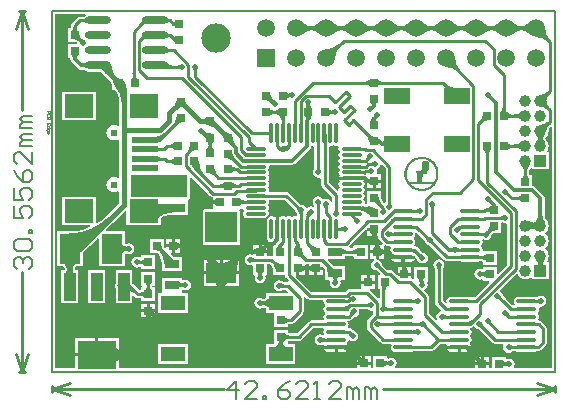
<source format=gtl>
%FSLAX23Y23*%
%MOIN*%
G70*
G01*
G75*
G04 Layer_Physical_Order=1*
G04 Layer_Color=191*
%ADD10C,0.010*%
%ADD11C,0.012*%
%ADD12C,0.015*%
%ADD13C,0.025*%
%ADD14R,0.030X0.030*%
%ADD15R,0.100X0.070*%
%ADD16R,0.030X0.030*%
%ADD17R,0.050X0.030*%
%ADD18O,0.067X0.014*%
%ADD19R,0.070X0.100*%
%ADD20R,0.098X0.079*%
%ADD21R,0.091X0.020*%
%ADD22O,0.012X0.071*%
%ADD23O,0.071X0.012*%
%ADD24R,0.039X0.094*%
%ADD25R,0.130X0.094*%
%ADD26R,0.083X0.051*%
%ADD27O,0.087X0.024*%
%ADD28R,0.087X0.055*%
%ADD29C,0.008*%
%ADD30C,0.001*%
%ADD31R,0.188X0.076*%
%ADD32R,0.107X0.104*%
%ADD33C,0.004*%
%ADD34C,0.006*%
%ADD35C,0.001*%
%ADD36C,0.098*%
%ADD37C,0.024*%
%ADD38R,0.059X0.059*%
%ADD39C,0.059*%
%ADD40C,0.039*%
%ADD41R,0.039X0.039*%
%ADD42C,0.020*%
G36*
X9798Y8405D02*
X9800Y8405D01*
X9804Y8402D01*
Y8332D01*
X9804Y8331D01*
X9804D01*
X9804Y8331D01*
X9800Y8326D01*
X9799Y8319D01*
X9800Y8312D01*
X9804Y8306D01*
X9810Y8302D01*
X9817Y8301D01*
X9821Y8301D01*
X9825Y8298D01*
Y8280D01*
X9826Y8275D01*
X9829Y8271D01*
X9863Y8236D01*
Y8223D01*
X9858Y8221D01*
X9855Y8226D01*
X9849Y8230D01*
X9842Y8231D01*
X9835Y8230D01*
X9834Y8229D01*
X9830Y8234D01*
X9824Y8238D01*
X9817Y8239D01*
X9810Y8238D01*
X9804Y8234D01*
X9800Y8228D01*
X9799Y8221D01*
X9800Y8214D01*
X9804Y8209D01*
X9804Y8209D01*
X9804D01*
X9804Y8208D01*
Y8205D01*
X9799Y8202D01*
X9798Y8203D01*
X9791Y8205D01*
X9784Y8203D01*
X9778Y8199D01*
X9773Y8203D01*
X9771Y8205D01*
X9765Y8209D01*
X9759Y8210D01*
X9759Y8210D01*
X9759Y8210D01*
X9759Y8210D01*
X9720Y8249D01*
X9715Y8252D01*
X9710Y8253D01*
X9655D01*
X9652Y8257D01*
X9652Y8260D01*
X9651Y8265D01*
X9648Y8269D01*
X9651Y8274D01*
X9652Y8279D01*
X9651Y8285D01*
X9648Y8289D01*
X9651Y8294D01*
X9652Y8299D01*
X9651Y8304D01*
X9648Y8309D01*
X9651Y8313D01*
X9652Y8319D01*
X9651Y8324D01*
X9648Y8328D01*
X9651Y8333D01*
X9652Y8338D01*
X9652Y8340D01*
X9655Y8344D01*
X9730D01*
X9730Y8344D01*
X9736Y8345D01*
X9740Y8348D01*
X9788Y8396D01*
X9788Y8396D01*
X9791Y8400D01*
X9792Y8406D01*
X9798Y8405D01*
D02*
G37*
G36*
X10433Y8151D02*
X10440Y8150D01*
X10443Y8150D01*
X10447Y8147D01*
Y8011D01*
X10416Y7980D01*
X10411Y7982D01*
Y8002D01*
X10365D01*
Y7999D01*
X10361Y7996D01*
X10355Y7997D01*
X10348Y7996D01*
X10342Y7992D01*
X10338Y7986D01*
X10337Y7979D01*
X10338Y7972D01*
X10342Y7966D01*
X10348Y7962D01*
X10355Y7961D01*
X10361Y7962D01*
X10365Y7959D01*
Y7956D01*
X10385D01*
X10387Y7951D01*
X10338Y7902D01*
X10319D01*
X10318Y7903D01*
X10313Y7904D01*
X10259D01*
X10254Y7903D01*
X10249Y7900D01*
X10245Y7895D01*
X10244Y7889D01*
X10245Y7885D01*
X10241Y7882D01*
X10231Y7892D01*
Y7998D01*
X10232Y7999D01*
X10232D01*
X10232Y7999D01*
X10235Y8004D01*
X10237Y8011D01*
X10235Y8018D01*
X10231Y8024D01*
X10225Y8028D01*
X10218Y8029D01*
X10211Y8028D01*
X10205Y8024D01*
X10201Y8018D01*
X10200Y8011D01*
X10201Y8004D01*
X10205Y7999D01*
X10205Y7999D01*
X10205D01*
X10205Y7998D01*
Y7886D01*
X10206Y7881D01*
X10209Y7877D01*
X10226Y7860D01*
X10224Y7855D01*
X10222Y7855D01*
X10216Y7851D01*
X10212Y7845D01*
X10210Y7838D01*
X10212Y7831D01*
X10213Y7828D01*
X10209Y7825D01*
X10187Y7847D01*
Y7902D01*
X10186Y7907D01*
X10184Y7911D01*
X10169Y7926D01*
X10169Y7927D01*
X10175Y7931D01*
X10179Y7937D01*
X10181Y7944D01*
X10179Y7951D01*
X10181Y7956D01*
X10182D01*
Y8002D01*
X10136D01*
Y7965D01*
X10131Y7963D01*
X10129Y7965D01*
X10127Y7965D01*
Y7974D01*
X10081D01*
X10081Y7974D01*
Y7980D01*
X10076Y7978D01*
X10065Y7989D01*
X10061Y7992D01*
X10056Y7993D01*
X10047D01*
X10030Y8010D01*
X10029Y8011D01*
X10029Y8011D01*
X10029Y8011D01*
X10028Y8017D01*
X10024Y8023D01*
X10018Y8027D01*
X10011Y8028D01*
X10014Y8031D01*
X10008D01*
Y8049D01*
X9990D01*
Y8031D01*
X10002D01*
X10003Y8026D01*
X9998Y8023D01*
X9994Y8017D01*
X9993Y8010D01*
X9994Y8003D01*
X9998Y7997D01*
X10004Y7993D01*
X10010Y7992D01*
X10010Y7992D01*
X10010Y7992D01*
X10011Y7992D01*
X10023Y7980D01*
X10021Y7975D01*
X10015D01*
Y7929D01*
X10021D01*
Y7920D01*
X10021Y7918D01*
X10021D01*
Y7901D01*
X10016Y7899D01*
X9989Y7926D01*
X9990Y7929D01*
X10006D01*
Y7947D01*
X9960D01*
Y7930D01*
X9922D01*
X9917Y7929D01*
X9913Y7926D01*
X9906Y7920D01*
X9794D01*
X9743Y7971D01*
X9744Y7976D01*
X9743D01*
Y7999D01*
X9748D01*
Y8004D01*
X9771D01*
Y8011D01*
X9775Y8014D01*
X9775Y8014D01*
X9785D01*
Y8004D01*
X9831D01*
Y7999D01*
X9836Y8000D01*
X9839Y7993D01*
X9840Y7984D01*
X9840Y7984D01*
X9840D01*
X9840Y7983D01*
Y7961D01*
X9854D01*
X9856Y7957D01*
X9855Y7950D01*
X9856Y7943D01*
X9860Y7937D01*
X9866Y7933D01*
X9873Y7932D01*
X9880Y7933D01*
X9886Y7937D01*
X9890Y7943D01*
X9892Y7950D01*
X9890Y7957D01*
X9892Y7961D01*
X9906D01*
Y8007D01*
X9869D01*
X9866Y8010D01*
X9865Y8011D01*
X9865Y8011D01*
X9849Y8027D01*
X9848Y8028D01*
Y8028D01*
Y8028D01*
X9850Y8031D01*
X9906D01*
Y8032D01*
X9907Y8041D01*
X9907D01*
X9907Y8041D01*
X9934D01*
X9934Y8041D01*
X9934D01*
X9935Y8032D01*
Y8031D01*
X9981D01*
Y8077D01*
X9935D01*
Y8076D01*
X9934Y8067D01*
X9934D01*
X9934Y8067D01*
X9921D01*
X9919Y8072D01*
X9976Y8128D01*
X9980Y8126D01*
Y8133D01*
X9981Y8134D01*
X10003D01*
Y8129D01*
X10008D01*
Y8106D01*
X10016D01*
Y8104D01*
X10017Y8099D01*
X10020Y8094D01*
X10032Y8082D01*
X10030Y8077D01*
X10018D01*
Y8059D01*
X10036D01*
Y8072D01*
X10041Y8075D01*
X10041Y8074D01*
X10046Y8073D01*
X10057D01*
X10060Y8069D01*
X10058Y8067D01*
X10057Y8061D01*
X10058Y8055D01*
X10061Y8050D01*
Y8046D01*
X10058Y8041D01*
X10058Y8041D01*
X10138D01*
X10140Y8039D01*
X10140Y8036D01*
X10140Y8032D01*
X10142Y8033D01*
X10146Y8030D01*
X10147Y8026D01*
X10151Y8020D01*
X10157Y8016D01*
X10164Y8015D01*
X10171Y8016D01*
X10177Y8020D01*
X10181Y8026D01*
X10183Y8033D01*
X10181Y8040D01*
X10177Y8046D01*
X10171Y8050D01*
X10165Y8051D01*
X10165Y8051D01*
X10165Y8051D01*
X10164Y8052D01*
X10156Y8060D01*
X10156Y8060D01*
X10156Y8060D01*
X10151Y8065D01*
D01*
X10151Y8065D01*
D01*
D01*
X10151Y8065D01*
D01*
D01*
D01*
D01*
X10151Y8065D01*
X10145Y8071D01*
X10141Y8073D01*
X10136Y8074D01*
X10136Y8076D01*
X10136Y8076D01*
X10139Y8081D01*
X10140Y8087D01*
X10139Y8093D01*
X10136Y8097D01*
Y8102D01*
X10139Y8107D01*
X10140Y8112D01*
X10140Y8117D01*
X10144Y8119D01*
X10169Y8094D01*
X10169Y8094D01*
X10170Y8092D01*
X10170Y8092D01*
X10171Y8085D01*
X10175Y8079D01*
X10181Y8075D01*
X10188Y8074D01*
X10188Y8074D01*
X10190Y8073D01*
X10190Y8073D01*
X10237Y8026D01*
X10241Y8023D01*
X10246Y8022D01*
X10290D01*
X10291Y8022D01*
X10297Y8020D01*
X10350D01*
X10356Y8022D01*
X10357Y8022D01*
X10361D01*
X10365Y8021D01*
Y8011D01*
X10411D01*
Y8057D01*
X10368D01*
X10365Y8061D01*
X10365Y8061D01*
X10364Y8067D01*
X10360Y8072D01*
Y8076D01*
X10364Y8081D01*
X10365Y8087D01*
X10364Y8092D01*
X10368Y8095D01*
X10368Y8094D01*
X10375Y8093D01*
X10382Y8094D01*
X10388Y8098D01*
X10392Y8104D01*
X10394Y8110D01*
X10394Y8110D01*
X10394Y8110D01*
X10394Y8111D01*
X10395Y8113D01*
X10395Y8113D01*
X10395Y8113D01*
X10395Y8113D01*
X10396Y8113D01*
X10399Y8115D01*
X10403Y8116D01*
Y8116D01*
X10404Y8116D01*
X10426D01*
Y8150D01*
X10426Y8150D01*
X10431Y8153D01*
X10433Y8151D01*
D02*
G37*
G36*
X9871Y8406D02*
X9876Y8405D01*
X9881Y8406D01*
X9885Y8402D01*
X9884Y8397D01*
X9885Y8392D01*
X9888Y8388D01*
X9885Y8383D01*
X9884Y8378D01*
X9885Y8372D01*
X9888Y8368D01*
X9885Y8363D01*
X9884Y8358D01*
X9885Y8353D01*
X9888Y8348D01*
X9885Y8344D01*
X9884Y8338D01*
X9885Y8333D01*
X9888Y8328D01*
X9885Y8324D01*
X9884Y8319D01*
X9885Y8313D01*
X9888Y8309D01*
X9885Y8304D01*
X9885Y8304D01*
X9970D01*
X9970Y8304D01*
X9970Y8305D01*
X9970Y8305D01*
X9975Y8306D01*
X9976Y8306D01*
X9976Y8306D01*
X9980Y8303D01*
Y8294D01*
X10026D01*
Y8312D01*
X10014D01*
X10011Y8316D01*
X10013Y8322D01*
X10012Y8327D01*
X10013Y8329D01*
X10013D01*
X10013Y8329D01*
X10019Y8333D01*
X10023Y8339D01*
X10024Y8343D01*
X10029Y8344D01*
X10041Y8332D01*
Y8221D01*
X10037Y8218D01*
X10034Y8219D01*
X10031Y8222D01*
X10028Y8227D01*
X10026Y8234D01*
X10026Y8234D01*
X10026D01*
X10026Y8235D01*
Y8257D01*
X9980D01*
Y8214D01*
X9974D01*
X9971Y8218D01*
X9971Y8220D01*
X9970Y8226D01*
X9967Y8230D01*
X9970Y8234D01*
X9971Y8240D01*
X9970Y8245D01*
X9967Y8250D01*
X9970Y8254D01*
X9971Y8260D01*
X9970Y8265D01*
X9967Y8269D01*
X9970Y8274D01*
X9971Y8279D01*
X9970Y8285D01*
X9967Y8289D01*
X9970Y8294D01*
X9970Y8294D01*
X9885D01*
X9885Y8294D01*
X9888Y8289D01*
X9885Y8285D01*
X9884Y8279D01*
X9885Y8274D01*
X9888Y8269D01*
X9885Y8265D01*
X9884Y8260D01*
X9878Y8258D01*
X9852Y8285D01*
Y8402D01*
X9855Y8405D01*
X9857Y8405D01*
X9862Y8406D01*
X9867Y8409D01*
X9871Y8406D01*
D02*
G37*
G36*
X9041Y8841D02*
X9038Y8839D01*
X9038Y8839D01*
X9036Y8838D01*
Y8838D01*
X9036D01*
X9021D01*
X9021Y8838D01*
X9016Y8837D01*
X9011Y8834D01*
X8995Y8818D01*
X8993Y8814D01*
X8992Y8809D01*
Y8801D01*
X8991Y8801D01*
Y8801D01*
X8983Y8800D01*
X8982D01*
Y8754D01*
X9003D01*
X9005Y8754D01*
Y8754D01*
X9005Y8754D01*
X9011Y8753D01*
X9013Y8751D01*
X9014Y8746D01*
X9013Y8745D01*
X8982D01*
Y8699D01*
X8990D01*
Y8695D01*
X8990Y8695D01*
X8992Y8689D01*
X8995Y8684D01*
X9015Y8665D01*
X9019Y8661D01*
X9025Y8660D01*
X9025Y8660D01*
X9038D01*
X9038Y8660D01*
X9038D01*
D01*
D01*
Y8660D01*
X9038Y8660D01*
X9038Y8660D01*
D01*
D01*
D01*
X9038D01*
D01*
D01*
X9038Y8660D01*
X9044Y8656D01*
X9052Y8654D01*
X9090D01*
X9102Y8642D01*
X9102Y8642D01*
X9102Y8642D01*
X9127Y8617D01*
Y8617D01*
D01*
D01*
D01*
X9127Y8616D01*
X9127D01*
X9128Y8614D01*
Y8593D01*
X9140D01*
X9142Y8589D01*
X9149Y8578D01*
X9152Y8565D01*
X9154Y8554D01*
Y8476D01*
X9149Y8473D01*
X9143Y8476D01*
X9136Y8477D01*
X9130Y8476D01*
X9123Y8473D01*
X9118Y8469D01*
X9114Y8464D01*
X9111Y8458D01*
X9110Y8451D01*
X9111Y8444D01*
X9114Y8438D01*
X9118Y8433D01*
X9123Y8428D01*
X9130Y8426D01*
X9136Y8425D01*
X9143Y8426D01*
X9149Y8428D01*
X9154Y8426D01*
Y8302D01*
X9149Y8300D01*
X9143Y8303D01*
X9136Y8304D01*
X9130Y8303D01*
X9123Y8300D01*
X9118Y8296D01*
X9114Y8291D01*
X9111Y8284D01*
X9110Y8278D01*
X9111Y8271D01*
X9114Y8265D01*
X9118Y8259D01*
X9123Y8255D01*
X9130Y8253D01*
X9136Y8252D01*
X9143Y8253D01*
X9149Y8255D01*
X9154Y8253D01*
Y8217D01*
X9107Y8171D01*
X9093Y8158D01*
X9080Y8149D01*
X9075Y8151D01*
Y8236D01*
X8961D01*
Y8142D01*
X9056D01*
X9057Y8137D01*
X9054Y8135D01*
X9033Y8128D01*
X9011Y8124D01*
X8988Y8122D01*
X8988Y8122D01*
Y8122D01*
X8987Y8122D01*
X8945D01*
Y8006D01*
X8967D01*
X8971Y7998D01*
X8968Y7994D01*
X8960D01*
Y7883D01*
X9015D01*
Y7994D01*
X9009D01*
X9006Y7998D01*
X9009Y8006D01*
X9031D01*
Y8051D01*
X9031Y8051D01*
X9034Y8053D01*
X9054Y8072D01*
X9055Y8073D01*
X9055Y8073D01*
X9080Y8098D01*
X9080Y8099D01*
X9080Y8099D01*
D01*
D01*
D01*
X9081Y8099D01*
X9085Y8097D01*
Y8006D01*
X9171D01*
Y8047D01*
X9172Y8047D01*
X9176Y8049D01*
X9178Y8047D01*
X9185Y8046D01*
X9192Y8047D01*
X9198Y8051D01*
X9202Y8057D01*
X9204Y8064D01*
X9202Y8071D01*
X9198Y8077D01*
X9192Y8081D01*
X9185Y8082D01*
X9178Y8081D01*
X9176Y8079D01*
X9172Y8081D01*
X9171Y8082D01*
Y8122D01*
X9110D01*
X9108Y8127D01*
X9130Y8149D01*
X9132Y8150D01*
Y8150D01*
Y8150D01*
X9173Y8191D01*
X9177Y8190D01*
Y8142D01*
X9292D01*
Y8166D01*
X9304Y8173D01*
X9318Y8177D01*
X9331Y8178D01*
X9335D01*
Y8176D01*
X9381D01*
Y8222D01*
X9381D01*
Y8227D01*
X9384Y8228D01*
X9387Y8229D01*
X9389Y8232D01*
X9389Y8235D01*
Y8299D01*
X9394Y8301D01*
X9456Y8239D01*
X9461Y8236D01*
X9466Y8235D01*
X9466D01*
Y8225D01*
X9489D01*
Y8215D01*
X9466D01*
Y8200D01*
X9466Y8200D01*
X9466D01*
X9466Y8197D01*
X9465Y8196D01*
X9440D01*
X9437Y8196D01*
X9434Y8194D01*
X9433Y8191D01*
X9432Y8188D01*
Y8084D01*
X9433Y8081D01*
X9434Y8078D01*
X9437Y8077D01*
X9440Y8076D01*
X9547D01*
X9550Y8077D01*
X9553Y8078D01*
X9555Y8081D01*
X9555Y8084D01*
Y8188D01*
X9555Y8191D01*
X9554Y8193D01*
X9556Y8197D01*
X9566D01*
X9566Y8195D01*
X9569Y8191D01*
X9566Y8186D01*
X9565Y8181D01*
X9566Y8175D01*
X9569Y8171D01*
X9574Y8168D01*
X9579Y8167D01*
X9638D01*
X9643Y8168D01*
X9647Y8164D01*
X9646Y8159D01*
Y8100D01*
X9647Y8095D01*
X9650Y8090D01*
X9654Y8087D01*
X9660Y8086D01*
X9665Y8087D01*
X9670Y8090D01*
X9674Y8087D01*
X9675Y8087D01*
Y8130D01*
Y8172D01*
X9674Y8172D01*
X9670Y8169D01*
X9665Y8172D01*
X9660Y8173D01*
X9655Y8172D01*
X9651Y8176D01*
X9652Y8181D01*
X9651Y8186D01*
X9648Y8191D01*
X9651Y8195D01*
X9652Y8201D01*
X9651Y8206D01*
X9648Y8210D01*
X9651Y8215D01*
X9652Y8220D01*
X9651Y8226D01*
X9652Y8227D01*
X9705D01*
X9740Y8192D01*
X9740Y8191D01*
X9740Y8191D01*
X9740Y8191D01*
X9741Y8185D01*
X9745Y8180D01*
X9745Y8180D01*
X9745D01*
X9745Y8179D01*
Y8176D01*
X9741Y8173D01*
X9739Y8173D01*
X9733Y8172D01*
X9729Y8169D01*
X9724Y8172D01*
X9719Y8173D01*
X9714Y8172D01*
X9709Y8169D01*
X9705Y8172D01*
X9699Y8173D01*
X9694Y8172D01*
X9689Y8169D01*
X9685Y8172D01*
X9685Y8172D01*
Y8130D01*
Y8090D01*
X9680Y8086D01*
X9680Y8086D01*
X9675Y8087D01*
X9677Y8082D01*
X9676Y8080D01*
X9675Y8077D01*
X9665D01*
Y8043D01*
X9661Y8040D01*
X9660Y8040D01*
X9646D01*
Y8049D01*
X9600D01*
Y8046D01*
X9596Y8044D01*
X9589Y8045D01*
X9582Y8044D01*
X9576Y8040D01*
X9572Y8034D01*
X9571Y8027D01*
X9572Y8020D01*
X9576Y8014D01*
X9582Y8010D01*
X9589Y8009D01*
X9596Y8010D01*
X9600Y8008D01*
Y7976D01*
X9603D01*
X9606Y7972D01*
X9605Y7967D01*
X9606Y7960D01*
X9610Y7954D01*
X9616Y7950D01*
X9623Y7949D01*
X9630Y7950D01*
X9636Y7954D01*
X9640Y7960D01*
X9642Y7967D01*
X9640Y7974D01*
X9641Y7976D01*
X9646D01*
Y8014D01*
X9655D01*
X9662Y8007D01*
X9662Y8007D01*
X9662Y8007D01*
X9662Y8007D01*
X9662Y8007D01*
X9664Y8003D01*
X9665Y7999D01*
X9665D01*
X9665Y7998D01*
Y7976D01*
X9706D01*
X9707Y7971D01*
X9710Y7967D01*
X9710Y7967D01*
X9710Y7967D01*
X9718Y7959D01*
X9716Y7954D01*
X9715Y7954D01*
X9700D01*
X9699Y7955D01*
Y7955D01*
X9699Y7955D01*
X9694Y7958D01*
X9687Y7959D01*
X9680Y7958D01*
X9674Y7954D01*
X9670Y7948D01*
X9669Y7941D01*
X9670Y7934D01*
X9674Y7928D01*
X9680Y7924D01*
X9687Y7923D01*
X9694Y7924D01*
X9699Y7927D01*
X9699Y7927D01*
Y7927D01*
X9700Y7928D01*
X9709D01*
X9716Y7921D01*
X9714Y7916D01*
X9641D01*
Y7900D01*
X9635Y7897D01*
X9633Y7897D01*
X9629Y7900D01*
X9622Y7901D01*
X9615Y7900D01*
X9609Y7896D01*
X9605Y7890D01*
X9603Y7883D01*
X9605Y7876D01*
X9609Y7870D01*
X9615Y7866D01*
X9622Y7864D01*
X9629Y7866D01*
X9633Y7869D01*
X9635Y7868D01*
X9641Y7865D01*
Y7849D01*
X9670D01*
Y7848D01*
X9670D01*
Y7802D01*
X9716D01*
Y7803D01*
X9717Y7812D01*
X9717D01*
X9717Y7812D01*
X9725D01*
X9730Y7813D01*
X9735Y7816D01*
X9765Y7846D01*
X9767Y7850D01*
X9768Y7855D01*
Y7901D01*
X9768Y7902D01*
X9773Y7904D01*
X9779Y7898D01*
X9783Y7895D01*
X9788Y7894D01*
X9831D01*
X9834Y7890D01*
X9834Y7889D01*
X9835Y7883D01*
X9839Y7878D01*
Y7874D01*
X9835Y7869D01*
X9834Y7863D01*
X9835Y7857D01*
X9839Y7853D01*
Y7848D01*
X9835Y7843D01*
X9834Y7838D01*
X9835Y7832D01*
X9837Y7830D01*
X9834Y7825D01*
X9794D01*
X9789Y7824D01*
X9785Y7821D01*
X9747Y7783D01*
X9717D01*
X9717Y7783D01*
X9717D01*
X9716Y7792D01*
Y7793D01*
X9670D01*
Y7747D01*
D01*
Y7747D01*
X9670Y7747D01*
X9641D01*
Y7680D01*
X9740D01*
Y7747D01*
X9720D01*
X9717Y7751D01*
X9717Y7757D01*
X9717D01*
X9717Y7757D01*
X9752D01*
X9757Y7758D01*
X9762Y7761D01*
X9762Y7761D01*
X9762Y7761D01*
X9800Y7799D01*
X9834D01*
X9837Y7794D01*
X9835Y7792D01*
X9834Y7787D01*
X9835Y7781D01*
X9836Y7780D01*
Y7780D01*
X9832Y7776D01*
X9830Y7778D01*
X9823Y7779D01*
X9816Y7778D01*
X9810Y7774D01*
X9806Y7768D01*
X9805Y7761D01*
X9806Y7754D01*
X9810Y7748D01*
X9816Y7744D01*
X9823Y7743D01*
X9830Y7744D01*
X9832Y7746D01*
X9836Y7742D01*
Y7742D01*
X9835Y7741D01*
X9835Y7740D01*
X9917D01*
X9917Y7741D01*
X9913Y7746D01*
Y7750D01*
X9917Y7755D01*
X9917Y7757D01*
X9922Y7759D01*
X9924Y7757D01*
X9931Y7756D01*
X9938Y7757D01*
X9944Y7761D01*
X9948Y7767D01*
X9950Y7774D01*
X9948Y7781D01*
X9944Y7787D01*
X9938Y7791D01*
X9933Y7792D01*
X9933Y7792D01*
X9931Y7794D01*
X9931Y7794D01*
D01*
X9931Y7794D01*
X9931Y7794D01*
X9929Y7796D01*
X9925Y7799D01*
X9920Y7800D01*
X9917D01*
X9915Y7804D01*
X9917Y7806D01*
X9918Y7812D01*
X9917Y7818D01*
X9913Y7823D01*
X9914Y7824D01*
X9918D01*
X9923Y7825D01*
X9927Y7828D01*
X9935Y7837D01*
X9936Y7837D01*
X9936Y7837D01*
X9936Y7837D01*
X9942Y7838D01*
X9948Y7842D01*
X9952Y7848D01*
X9954Y7855D01*
X9952Y7862D01*
X9952Y7863D01*
X9979D01*
X9980Y7862D01*
Y7862D01*
X9980Y7862D01*
X9985Y7859D01*
X9992Y7858D01*
X9996Y7858D01*
X10000Y7855D01*
Y7847D01*
X9983Y7830D01*
X9980Y7826D01*
X9979Y7821D01*
Y7802D01*
X9980Y7797D01*
X9983Y7793D01*
X10024Y7752D01*
X10029Y7749D01*
X10034Y7748D01*
X10059D01*
X10061Y7743D01*
X10060Y7741D01*
X10059Y7735D01*
X10060Y7730D01*
X10063Y7725D01*
X10068Y7721D01*
X10074Y7720D01*
X10127D01*
X10133Y7721D01*
X10134Y7722D01*
X10191D01*
X10196Y7723D01*
X10201Y7726D01*
X10222Y7748D01*
X10244D01*
X10247Y7743D01*
X10245Y7741D01*
X10245Y7740D01*
X10327D01*
X10327Y7741D01*
X10323Y7746D01*
Y7750D01*
X10327Y7755D01*
X10328Y7761D01*
X10327Y7767D01*
X10323Y7772D01*
Y7776D01*
X10327Y7781D01*
X10328Y7787D01*
X10327Y7792D01*
X10323Y7797D01*
X10322Y7798D01*
X10322Y7799D01*
X10327Y7800D01*
X10332Y7803D01*
X10333Y7805D01*
X10338Y7804D01*
X10341Y7801D01*
X10347Y7797D01*
X10351Y7796D01*
X10352Y7795D01*
X10354Y7794D01*
Y7794D01*
X10354D01*
X10354Y7794D01*
X10354Y7794D01*
X10354D01*
D01*
X10354Y7794D01*
Y7794D01*
X10354D01*
D01*
D01*
D01*
D01*
X10354Y7794D01*
D01*
X10396Y7752D01*
X10400Y7749D01*
X10405Y7748D01*
X10433D01*
X10435Y7743D01*
X10434Y7742D01*
X10433Y7735D01*
X10434Y7728D01*
X10438Y7722D01*
X10444Y7718D01*
X10451Y7717D01*
X10458Y7718D01*
X10464Y7722D01*
X10464Y7722D01*
X10464Y7722D01*
D01*
D01*
D01*
X10464Y7722D01*
X10464Y7722D01*
X10464Y7722D01*
X10477D01*
X10478Y7721D01*
X10484Y7720D01*
X10537D01*
X10543Y7721D01*
X10544Y7722D01*
X10549D01*
X10554Y7723D01*
X10559Y7726D01*
X10575Y7742D01*
X10577Y7746D01*
X10578Y7751D01*
X10578Y7751D01*
Y7798D01*
X10577Y7803D01*
X10575Y7807D01*
X10561Y7821D01*
X10556Y7824D01*
X10551Y7825D01*
X10548Y7827D01*
X10548Y7827D01*
X10551Y7832D01*
X10552Y7838D01*
X10551Y7843D01*
X10548Y7848D01*
Y7853D01*
X10551Y7857D01*
X10552Y7863D01*
X10551Y7868D01*
X10555Y7871D01*
X10558Y7871D01*
X10565Y7872D01*
X10571Y7876D01*
X10575Y7882D01*
X10577Y7889D01*
X10575Y7896D01*
X10571Y7902D01*
X10565Y7906D01*
X10558Y7907D01*
X10551Y7906D01*
X10546Y7902D01*
X10546Y7902D01*
Y7902D01*
X10545Y7902D01*
X10544D01*
X10543Y7903D01*
X10537Y7904D01*
X10484D01*
X10478Y7903D01*
X10473Y7900D01*
X10470Y7895D01*
X10469Y7889D01*
X10470Y7883D01*
X10471Y7881D01*
X10469Y7877D01*
X10463D01*
X10441Y7898D01*
X10441Y7899D01*
X10433Y7907D01*
X10432Y7908D01*
X10432Y7908D01*
X10432Y7908D01*
X10431Y7914D01*
X10427Y7920D01*
X10421Y7924D01*
X10421Y7925D01*
X10477Y7981D01*
X10482Y7980D01*
X10483Y7977D01*
X10487Y7971D01*
X10493Y7967D01*
X10500Y7964D01*
X10507Y7963D01*
X10514Y7964D01*
X10521Y7967D01*
X10525Y7970D01*
X10529Y7968D01*
Y7963D01*
X10585D01*
Y8019D01*
X10581D01*
X10580Y8019D01*
X10578Y8023D01*
X10581Y8027D01*
X10584Y8034D01*
X10585Y8041D01*
X10584Y8048D01*
X10581Y8055D01*
X10577Y8061D01*
X10571Y8065D01*
Y8067D01*
X10577Y8071D01*
X10581Y8077D01*
X10584Y8084D01*
X10585Y8091D01*
X10584Y8098D01*
X10581Y8105D01*
X10577Y8111D01*
X10571Y8115D01*
Y8117D01*
X10577Y8121D01*
X10581Y8127D01*
X10584Y8134D01*
X10585Y8141D01*
X10584Y8148D01*
X10581Y8155D01*
X10577Y8160D01*
X10577Y8161D01*
X10577Y8161D01*
X10577Y8161D01*
X10573Y8167D01*
X10571Y8173D01*
X10572Y8174D01*
X10571D01*
Y8233D01*
X10571Y8233D01*
X10570Y8239D01*
X10567Y8243D01*
X10567Y8243D01*
X10540Y8270D01*
X10536Y8273D01*
X10530Y8274D01*
Y8310D01*
X10529D01*
X10520Y8311D01*
Y8311D01*
X10520Y8311D01*
Y8322D01*
X10521D01*
X10520Y8323D01*
X10522Y8330D01*
X10525Y8334D01*
X10529Y8333D01*
Y8329D01*
X10585D01*
Y8385D01*
X10581D01*
X10578Y8389D01*
X10581Y8393D01*
X10584Y8400D01*
X10585Y8407D01*
X10584Y8414D01*
X10581Y8421D01*
X10577Y8427D01*
X10577Y8427D01*
X10577Y8427D01*
X10576Y8427D01*
X10573Y8432D01*
X10576Y8437D01*
X10577Y8437D01*
X10577Y8437D01*
X10577Y8438D01*
X10581Y8443D01*
X10584Y8450D01*
X10585Y8457D01*
X10585Y8457D01*
X10585D01*
X10585Y8458D01*
X10587Y8466D01*
X10591Y8472D01*
X10591Y8472D01*
X10594Y8471D01*
X10596Y8470D01*
Y7665D01*
X10470D01*
X10468Y7670D01*
X10470Y7673D01*
X10472Y7680D01*
X10470Y7687D01*
X10466Y7693D01*
X10460Y7697D01*
X10453Y7698D01*
X10446Y7697D01*
X10446Y7697D01*
X10441Y7699D01*
Y7703D01*
X10395D01*
Y7665D01*
X10386D01*
Y7675D01*
X10340D01*
Y7665D01*
X10075D01*
X10073Y7670D01*
X10076Y7675D01*
X10078Y7682D01*
X10076Y7689D01*
X10072Y7695D01*
X10066Y7699D01*
X10059Y7700D01*
X10052Y7699D01*
X10051Y7698D01*
X10046Y7700D01*
Y7705D01*
X10000D01*
Y7665D01*
X9991D01*
Y7677D01*
X9945D01*
Y7665D01*
X9151D01*
Y7705D01*
X9005D01*
Y7665D01*
X8939D01*
Y8846D01*
X9040D01*
X9041Y8841D01*
D02*
G37*
%LPC*%
G36*
X9273Y7881D02*
X9255D01*
Y7863D01*
X9273D01*
Y7881D01*
D02*
G37*
G36*
X9106Y7994D02*
X9050D01*
Y7883D01*
X9106D01*
Y7994D01*
D02*
G37*
G36*
X9245Y7853D02*
X9227D01*
Y7835D01*
X9245D01*
Y7853D01*
D02*
G37*
G36*
X9273D02*
X9255D01*
Y7835D01*
X9273D01*
Y7853D01*
D02*
G37*
G36*
X9245Y7881D02*
X9227D01*
Y7863D01*
X9245D01*
Y7881D01*
D02*
G37*
G36*
X9196Y7994D02*
X9141D01*
Y7949D01*
X9139Y7947D01*
X9138Y7942D01*
X9139Y7937D01*
X9141Y7934D01*
Y7883D01*
X9196D01*
Y7906D01*
X9199Y7908D01*
X9202Y7908D01*
X9202Y7908D01*
X9202Y7908D01*
X9206Y7904D01*
X9210Y7901D01*
X9215Y7900D01*
X9226D01*
X9226Y7900D01*
X9226D01*
X9227Y7891D01*
Y7890D01*
X9273D01*
Y7936D01*
X9272D01*
X9264Y7937D01*
Y7940D01*
X9264D01*
X9264Y7940D01*
X9264Y7941D01*
X9273D01*
Y7987D01*
X9227D01*
Y7941D01*
X9228D01*
X9229Y7941D01*
Y7936D01*
X9228Y7936D01*
X9227D01*
Y7935D01*
X9226Y7926D01*
X9226D01*
X9226Y7926D01*
X9221D01*
X9221Y7927D01*
Y7927D01*
X9219Y7928D01*
X9211Y7936D01*
X9211Y7936D01*
X9210Y7937D01*
X9202Y7945D01*
X9202Y7945D01*
X9202Y7945D01*
X9201Y7946D01*
X9199Y7948D01*
X9196Y7950D01*
Y7994D01*
D02*
G37*
G36*
X9978Y7975D02*
X9960D01*
Y7957D01*
X9978D01*
Y7975D01*
D02*
G37*
G36*
X10006D02*
X9988D01*
Y7957D01*
X10006D01*
Y7975D01*
D02*
G37*
G36*
X9551Y7979D02*
X9498D01*
Y7941D01*
X9551D01*
Y7979D01*
D02*
G37*
G36*
X9361Y7967D02*
X9295D01*
Y7921D01*
X9295D01*
Y7920D01*
X9292Y7916D01*
X9283D01*
Y7849D01*
X9382D01*
Y7916D01*
X9361D01*
Y7921D01*
X9361D01*
Y7925D01*
X9366Y7927D01*
X9367Y7926D01*
X9374Y7925D01*
X9381Y7926D01*
X9387Y7930D01*
X9391Y7936D01*
X9393Y7943D01*
X9391Y7950D01*
X9387Y7956D01*
X9381Y7960D01*
X9374Y7961D01*
X9367Y7960D01*
X9366Y7959D01*
X9361Y7961D01*
Y7967D01*
D02*
G37*
G36*
X9488Y7979D02*
X9435D01*
Y7941D01*
X9488D01*
Y7979D01*
D02*
G37*
G36*
X9963Y7705D02*
X9945D01*
Y7687D01*
X9963D01*
Y7705D01*
D02*
G37*
G36*
X9991D02*
X9973D01*
Y7687D01*
X9991D01*
Y7705D01*
D02*
G37*
G36*
X10386Y7703D02*
X10368D01*
Y7685D01*
X10386D01*
Y7703D01*
D02*
G37*
G36*
X9382Y7747D02*
X9283D01*
Y7680D01*
X9382D01*
Y7747D01*
D02*
G37*
G36*
X10358Y7703D02*
X10340D01*
Y7685D01*
X10358D01*
Y7703D01*
D02*
G37*
G36*
X9073Y7765D02*
X9005D01*
Y7715D01*
X9073D01*
Y7765D01*
D02*
G37*
G36*
X10281Y7730D02*
X10245D01*
X10245Y7730D01*
X10249Y7725D01*
X10254Y7721D01*
X10259Y7720D01*
X10281D01*
Y7730D01*
D02*
G37*
G36*
X10327D02*
X10291D01*
Y7720D01*
X10313D01*
X10318Y7721D01*
X10323Y7725D01*
X10327Y7730D01*
X10327Y7730D01*
D02*
G37*
G36*
X9917D02*
X9881D01*
Y7720D01*
X9903D01*
X9908Y7721D01*
X9913Y7725D01*
X9917Y7730D01*
X9917Y7730D01*
D02*
G37*
G36*
X9151Y7765D02*
X9083D01*
Y7715D01*
X9151D01*
Y7765D01*
D02*
G37*
G36*
X9871Y7730D02*
X9835D01*
X9835Y7730D01*
X9839Y7725D01*
X9844Y7721D01*
X9849Y7720D01*
X9871D01*
Y7730D01*
D02*
G37*
G36*
X9646Y8077D02*
X9628D01*
Y8059D01*
X9646D01*
Y8077D01*
D02*
G37*
G36*
X10008D02*
X9990D01*
Y8059D01*
X10008D01*
Y8077D01*
D02*
G37*
G36*
X9618D02*
X9600D01*
Y8059D01*
X9618D01*
Y8077D01*
D02*
G37*
G36*
X9273Y8042D02*
X9227D01*
Y8041D01*
X9227Y8039D01*
X9226Y8037D01*
X9221Y8035D01*
X9219Y8036D01*
X9212Y8038D01*
X9205Y8036D01*
X9199Y8032D01*
X9195Y8026D01*
X9194Y8019D01*
X9195Y8012D01*
X9199Y8006D01*
X9205Y8002D01*
X9212Y8001D01*
X9219Y8002D01*
X9221Y8004D01*
X9226Y8002D01*
X9227Y7999D01*
X9227Y7997D01*
Y7996D01*
X9273D01*
Y8042D01*
D02*
G37*
G36*
X9356Y8069D02*
X9338D01*
Y8051D01*
X9356D01*
Y8069D01*
D02*
G37*
G36*
X9328Y8097D02*
X9310D01*
Y8079D01*
X9328D01*
Y8097D01*
D02*
G37*
G36*
X10026Y8284D02*
X10008D01*
Y8266D01*
X10026D01*
Y8284D01*
D02*
G37*
G36*
X9075Y8587D02*
X8961D01*
Y8492D01*
X9075D01*
Y8587D01*
D02*
G37*
G36*
X9998Y8284D02*
X9980D01*
Y8266D01*
X9998D01*
Y8284D01*
D02*
G37*
G36*
X9356Y8097D02*
X9338D01*
Y8079D01*
X9356D01*
Y8097D01*
D02*
G37*
G36*
X9998Y8124D02*
X9980D01*
Y8106D01*
X9998D01*
Y8124D01*
D02*
G37*
G36*
X10099Y8002D02*
X10081D01*
Y7984D01*
X10099D01*
Y8002D01*
D02*
G37*
G36*
X10127D02*
X10109D01*
Y7984D01*
X10127D01*
Y8002D01*
D02*
G37*
G36*
X9831Y7994D02*
X9813D01*
Y7976D01*
X9831D01*
Y7994D01*
D02*
G37*
G36*
X9771D02*
X9753D01*
Y7976D01*
X9771D01*
Y7994D01*
D02*
G37*
G36*
X9803D02*
X9785D01*
Y7976D01*
X9803D01*
Y7994D01*
D02*
G37*
G36*
X9488Y8027D02*
X9435D01*
Y7989D01*
X9488D01*
Y8027D01*
D02*
G37*
G36*
X10140Y8031D02*
X10104D01*
Y8020D01*
X10125D01*
X10131Y8022D01*
X10136Y8025D01*
X10139Y8030D01*
X10140Y8031D01*
D02*
G37*
G36*
X10036Y8049D02*
X10018D01*
Y8031D01*
X10036D01*
Y8049D01*
D02*
G37*
G36*
X10094Y8031D02*
X10058D01*
X10058Y8030D01*
X10061Y8025D01*
X10066Y8022D01*
X10072Y8020D01*
X10094D01*
Y8031D01*
D02*
G37*
G36*
X9551Y8027D02*
X9498D01*
Y7989D01*
X9551D01*
Y8027D01*
D02*
G37*
G36*
X9301Y8097D02*
X9255D01*
Y8051D01*
X9277D01*
X9278Y8051D01*
Y8051D01*
X9282Y8050D01*
X9283Y8050D01*
X9285Y8047D01*
X9290Y8037D01*
X9294Y8026D01*
X9295Y8014D01*
X9295Y8014D01*
X9295D01*
X9295Y8013D01*
Y7991D01*
X9361D01*
Y8037D01*
X9334D01*
X9331Y8040D01*
X9330Y8041D01*
X9330Y8041D01*
X9325Y8046D01*
X9326Y8051D01*
X9328D01*
Y8069D01*
X9310D01*
Y8067D01*
X9306Y8065D01*
X9305Y8066D01*
X9305Y8066D01*
X9305Y8066D01*
X9305Y8066D01*
X9305Y8066D01*
X9302Y8070D01*
X9301Y8074D01*
X9301D01*
X9301Y8075D01*
Y8097D01*
D02*
G37*
%LPD*%
D10*
X10246Y8604D02*
G03*
X10262Y8597I17J17D01*
G01*
X10250Y8576D02*
G03*
X10239Y8610I-38J7D01*
G01*
X10028Y8414D02*
G03*
X10042Y8423I0J15D01*
G01*
Y8405D02*
G03*
X10028Y8414I-14J-6D01*
G01*
X9309Y8679D02*
G03*
X9333Y8670I24J24D01*
G01*
X9320Y8725D02*
G03*
X9309Y8720I0J-16D01*
G01*
Y8729D02*
G03*
X9320Y8725I12J12D01*
G01*
Y8775D02*
G03*
X9309Y8770I0J-16D01*
G01*
Y8779D02*
G03*
X9320Y8775I12J12D01*
G01*
X9241Y8768D02*
G03*
X9222Y8760I0J-27D01*
G01*
X9231Y8817D02*
G03*
X9234Y8825I-8J8D01*
G01*
X9241Y8818D02*
G03*
X9225Y8811I0J-22D01*
G01*
X9320Y8825D02*
G03*
X9309Y8820I0J-16D01*
G01*
Y8829D02*
G03*
X9320Y8825I12J12D01*
G01*
X9036D02*
G03*
X9047Y8829I0J16D01*
G01*
Y8820D02*
G03*
X9036Y8825I-12J-12D01*
G01*
X10297Y8136D02*
G03*
X10282Y8130I0J-21D01*
G01*
X10147Y8050D02*
G03*
X10125Y8059I-22J-22D01*
G01*
X10141Y8056D02*
G03*
X10126Y8059I-11J-11D01*
G01*
X10072Y8162D02*
G03*
X10064Y8158I0J-11D01*
G01*
X10072Y8187D02*
G03*
X10064Y8184I0J-12D01*
G01*
X9693Y7757D02*
G03*
X9705Y7728I41J0D01*
G01*
X9676D02*
G03*
X9693Y7769I-41J41D01*
G01*
X9683Y7721D02*
G03*
X9693Y7745I-24J24D01*
G01*
X9625Y7883D02*
G03*
X9660Y7897I0J50D01*
G01*
Y7868D02*
G03*
X9625Y7883I-35J-35D01*
G01*
X9190Y7938D02*
G03*
X9182Y7933I0J-8D01*
G01*
Y7943D02*
G03*
X9190Y7938I8J3D01*
G01*
X9211Y7917D02*
G03*
X9161Y7924I-30J-30D01*
G01*
X9202Y7926D02*
G03*
X9157Y7933I-27J-27D01*
G01*
X9192Y7936D02*
G03*
X9152Y7942I-24J-24D01*
G01*
X9571Y8382D02*
G03*
X9579Y8379I9J9D01*
G01*
X9739Y8100D02*
G03*
X9743Y8085I13J-4D01*
G01*
X9838Y8100D02*
G03*
X9842Y8085I16J-4D01*
G01*
X9277Y8305D02*
G03*
X9289Y8300I12J12D01*
G01*
X9286Y8364D02*
G03*
X9277Y8361I0J-12D01*
G01*
Y8368D02*
G03*
X9286Y8364I8J8D01*
G01*
Y8396D02*
G03*
X9277Y8392I0J-12D01*
G01*
Y8399D02*
G03*
X9286Y8396I8J8D01*
G01*
Y8427D02*
G03*
X9277Y8424I0J-12D01*
G01*
Y8431D02*
G03*
X9286Y8427I8J8D01*
G01*
X9274Y8432D02*
G03*
X9303Y8444I0J41D01*
G01*
X9274Y8422D02*
G03*
X9286Y8427I0J17D01*
G01*
X9185Y8064D02*
G03*
X9153Y8047I0J-39D01*
G01*
X9166Y8064D02*
G03*
X9145Y8053I0J-26D01*
G01*
X9153Y8081D02*
G03*
X9185Y8064I32J22D01*
G01*
X9145Y8075D02*
G03*
X9166Y8064I22J15D01*
G01*
X9308Y8014D02*
G03*
X9287Y8065I-72J0D01*
G01*
X9318Y8014D02*
G03*
X9304Y8048I-48J0D01*
G01*
X9328Y8014D02*
G03*
X9321Y8031I-24J0D01*
G01*
X9360Y7943D02*
G03*
X9345Y7937I0J-21D01*
G01*
Y7951D02*
G03*
X9365Y7943I19J19D01*
G01*
X9295Y8057D02*
G03*
X9278Y8064I-17J-17D01*
G01*
X9288Y8074D02*
G03*
X9295Y8057I24J0D01*
G01*
X10001Y8541D02*
G03*
X9995Y8554I-17J0D01*
G01*
X10007D02*
G03*
X10001Y8541I11J-13D01*
G01*
X10025Y8617D02*
G03*
X10008Y8610I0J-24D01*
G01*
Y8624D02*
G03*
X10025Y8617I17J17D01*
G01*
X9977D02*
G03*
X9994Y8624I0J24D01*
G01*
Y8610D02*
G03*
X9977Y8617I-17J-17D01*
G01*
X10001Y8499D02*
G03*
X10007Y8486I17J0D01*
G01*
X9995D02*
G03*
X10001Y8499I-11J13D01*
G01*
X10025Y8417D02*
G03*
X10001Y8423I-17J-17D01*
G01*
X10027Y8415D02*
G03*
X10008Y8416I-10J-10D01*
G01*
X10020Y8423D02*
G03*
X10001Y8423I-10J-10D01*
G01*
X10018Y8424D02*
G03*
X10010Y8419I0J-9D01*
G01*
X10009Y8429D02*
G03*
X10018Y8424I9J6D01*
G01*
X9984Y8440D02*
G03*
X10001Y8433I17J17D01*
G01*
X9991Y8423D02*
G03*
X9984Y8440I-24J0D01*
G01*
X9341Y8482D02*
G03*
X9348Y8499I-17J17D01*
G01*
X9358Y8489D02*
G03*
X9341Y8482I0J-24D01*
G01*
X9348Y8254D02*
G03*
X9330Y8297I-60J0D01*
G01*
X9358Y8254D02*
G03*
X9348Y8280I-36J0D01*
G01*
X10047Y7682D02*
G03*
X10030Y7675I0J-24D01*
G01*
Y7689D02*
G03*
X10047Y7682I17J17D01*
G01*
X10442Y7680D02*
G03*
X10425Y7673I0J-24D01*
G01*
Y7687D02*
G03*
X10442Y7680I17J17D01*
G01*
X10159Y7954D02*
G03*
X10152Y7971I-24J0D01*
G01*
X10166D02*
G03*
X10159Y7954I17J-17D01*
G01*
X9430Y8454D02*
G03*
X9455Y8444I23J23D01*
G01*
X9456Y8410D02*
G03*
X9449Y8427I-24J0D01*
G01*
X9463D02*
G03*
X9456Y8410I17J-17D01*
G01*
X9623Y7975D02*
G03*
X9616Y7992I-24J0D01*
G01*
X9630D02*
G03*
X9623Y7975I17J-17D01*
G01*
X9862Y8519D02*
G03*
X9845Y8512I0J-24D01*
G01*
Y8526D02*
G03*
X9862Y8519I17J17D01*
G01*
X10015Y8219D02*
G03*
X10003Y8224I-12J-12D01*
G01*
X10013Y8234D02*
G03*
X10022Y8212I31J0D01*
G01*
X9699Y8492D02*
G03*
X9691Y8512I-28J0D01*
G01*
X9705D02*
G03*
X9699Y8498I14J-14D01*
G01*
X9674Y8519D02*
G03*
X9691Y8526I0J24D01*
G01*
Y8512D02*
G03*
X9674Y8519I-17J-17D01*
G01*
X9725Y8575D02*
G03*
X9705Y8567I0J-28D01*
G01*
Y8581D02*
G03*
X9720Y8575I15J15D01*
G01*
X9472Y8313D02*
G03*
X9456Y8319I-15J-15D01*
G01*
X9466Y8329D02*
G03*
X9474Y8310I27J0D01*
G01*
X9456Y8408D02*
G03*
X9463Y8391I24J0D01*
G01*
X9449D02*
G03*
X9456Y8408I-17J17D01*
G01*
X10034Y7938D02*
G03*
X10031Y7945I-10J0D01*
G01*
X10045D02*
G03*
X10034Y7918I27J-27D01*
G01*
X10435Y8531D02*
G03*
X10442Y8514I24J0D01*
G01*
X10428D02*
G03*
X10435Y8531I-17J17D01*
G01*
X10459Y8507D02*
G03*
X10442Y8500I0J-24D01*
G01*
Y8514D02*
G03*
X10459Y8507I17J17D01*
G01*
X10365Y8495D02*
G03*
X10370Y8507I-12J12D01*
G01*
X10380Y8497D02*
G03*
X10358Y8488I0J-31D01*
G01*
X9717Y7825D02*
G03*
X9700Y7818I0J-24D01*
G01*
Y7832D02*
G03*
X9717Y7825I17J17D01*
G01*
X9693Y7746D02*
G03*
X9686Y7763I-24J0D01*
G01*
X9700D02*
G03*
X9693Y7746I17J-17D01*
G01*
X9717Y7770D02*
G03*
X9700Y7763I0J-24D01*
G01*
Y7777D02*
G03*
X9717Y7770I17J17D01*
G01*
X10464Y8407D02*
G03*
X10442Y8398I0J-31D01*
G01*
Y8412D02*
G03*
X10454Y8407I12J12D01*
G01*
X10380Y8381D02*
G03*
X10373Y8398I-24J0D01*
G01*
X10387D02*
G03*
X10380Y8381I17J-17D01*
G01*
X10386Y8122D02*
G03*
X10393Y8139I-17J17D01*
G01*
X10403Y8129D02*
G03*
X10386Y8122I0J-24D01*
G01*
X10403Y8194D02*
G03*
X10392Y8221I-38J0D01*
G01*
X10403Y8210D02*
G03*
X10408Y8203I8J0D01*
G01*
X10399D02*
G03*
X10403Y8210I-3J7D01*
G01*
X10379Y8194D02*
G03*
X10396Y8201I0J24D01*
G01*
Y8187D02*
G03*
X10379Y8194I-17J-17D01*
G01*
X10368Y8036D02*
G03*
X10381Y8041I0J19D01*
G01*
Y8027D02*
G03*
X10360Y8036I-21J-21D01*
G01*
X10364Y7979D02*
G03*
X10381Y7986I0J24D01*
G01*
Y7972D02*
G03*
X10364Y7979I-17J-17D01*
G01*
X10507Y8311D02*
G03*
X10514Y8294I24J0D01*
G01*
X10500D02*
G03*
X10507Y8311I-17J17D01*
G01*
X10483Y8232D02*
G03*
X10500Y8239I0J24D01*
G01*
Y8225D02*
G03*
X10483Y8232I-17J-17D01*
G01*
X9667Y8519D02*
G03*
X9650Y8512I0J-24D01*
G01*
Y8526D02*
G03*
X9667Y8519I17J17D01*
G01*
X9537Y8361D02*
G03*
X9516Y8369I-20J-20D01*
G01*
X9526Y8379D02*
G03*
X9532Y8365I19J0D01*
G01*
X9568Y8220D02*
G03*
X9551Y8213I0J-24D01*
G01*
Y8227D02*
G03*
X9568Y8220I17J17D01*
G01*
X9791Y8071D02*
G03*
X9808Y8064I17J17D01*
G01*
X9798Y8054D02*
G03*
X9791Y8071I-24J0D01*
G01*
X9748Y8078D02*
G03*
X9755Y8061I24J0D01*
G01*
X9741D02*
G03*
X9748Y8078I-17J17D01*
G01*
X9765Y8037D02*
G03*
X9748Y8044I-17J-17D01*
G01*
X9758Y8054D02*
G03*
X9765Y8037I24J0D01*
G01*
X9387Y8389D02*
G03*
X9394Y8406I-17J17D01*
G01*
X9404Y8396D02*
G03*
X9387Y8389I0J-24D01*
G01*
X9325Y8406D02*
G03*
X9342Y8413I0J24D01*
G01*
Y8399D02*
G03*
X9325Y8406I-17J-17D01*
G01*
X9404Y8335D02*
G03*
X9399Y8347I-14J0D01*
G01*
X9410D02*
G03*
X9404Y8335I8J-11D01*
G01*
X9414Y8355D02*
G03*
X9435Y8305I71J0D01*
G01*
X9404Y8355D02*
G03*
X9418Y8322I47J0D01*
G01*
X9394Y8355D02*
G03*
X9401Y8339I23J0D01*
G01*
X9404Y8335D02*
G03*
X9399Y8347I-14J0D01*
G01*
X9410D02*
G03*
X9404Y8335I8J-11D01*
G01*
X9325Y8355D02*
G03*
X9342Y8362I0J24D01*
G01*
Y8348D02*
G03*
X9325Y8355I-17J-17D01*
G01*
X9540Y8329D02*
G03*
X9523Y8322I0J-24D01*
G01*
Y8336D02*
G03*
X9540Y8329I17J17D01*
G01*
X9492Y8274D02*
G03*
X9509Y8281I0J24D01*
G01*
Y8267D02*
G03*
X9492Y8274I-17J-17D01*
G01*
X9540D02*
G03*
X9523Y8267I0J-24D01*
G01*
Y8281D02*
G03*
X9540Y8274I17J17D01*
G01*
X9671Y8016D02*
G03*
X9688Y8009I17J17D01*
G01*
X9678Y7999D02*
G03*
X9671Y8016I-24J0D01*
G01*
X9688Y8075D02*
G03*
X9694Y8062I17J0D01*
G01*
X9682D02*
G03*
X9688Y8075I-11J13D01*
G01*
X9987Y8201D02*
G03*
X10003Y8194I16J16D01*
G01*
X9993Y8184D02*
G03*
X9987Y8201I-22J1D01*
G01*
X9996Y8177D02*
G03*
X9939Y8201I-57J-57D01*
G01*
X10003Y8184D02*
G03*
X9964Y8201I-40J-40D01*
G01*
X10010Y8191D02*
G03*
X9988Y8201I-23J-23D01*
G01*
X9903Y7865D02*
G03*
X9920Y7873I0J25D01*
G01*
X10313Y7814D02*
G03*
X10332Y7822I0J28D01*
G01*
X9005Y8801D02*
G03*
X9012Y8784I24J0D01*
G01*
X8998D02*
G03*
X9005Y8801I-17J17D01*
G01*
X9026Y8758D02*
G03*
X9005Y8767I-21J-21D01*
G01*
X9015Y8777D02*
G03*
X9020Y8764I18J0D01*
G01*
X9907Y8054D02*
G03*
X9890Y8047I0J-24D01*
G01*
Y8061D02*
G03*
X9907Y8054I17J17D01*
G01*
X9873Y7960D02*
G03*
X9866Y7977I-24J0D01*
G01*
X9880D02*
G03*
X9873Y7960I17J-17D01*
G01*
X9853Y7984D02*
G03*
X9839Y8018I-48J0D01*
G01*
X9863Y7984D02*
G03*
X9856Y8001I-24J0D01*
G01*
X9202Y8648D02*
G03*
X9213Y8623I35J0D01*
G01*
X9198D02*
G03*
X9202Y8632I-9J9D01*
G01*
X9934Y8054D02*
G03*
X9951Y8061I0J24D01*
G01*
Y8047D02*
G03*
X9934Y8054I-17J-17D01*
G01*
X9330Y8767D02*
G03*
X9347Y8767I9J9D01*
G01*
X9338Y8760D02*
G03*
X9353Y8759I8J8D01*
G01*
X9334Y8814D02*
G03*
X9345Y8820I0J13D01*
G01*
Y8808D02*
G03*
X9334Y8814I-11J-7D01*
G01*
X9250Y7937D02*
G03*
X9257Y7920I24J0D01*
G01*
X9243D02*
G03*
X9250Y7937I-17J17D01*
G01*
X9226Y7913D02*
G03*
X9243Y7920I0J24D01*
G01*
Y7906D02*
G03*
X9226Y7913I-17J-17D01*
G01*
X9250Y7940D02*
G03*
X9243Y7957I-24J0D01*
G01*
X9257D02*
G03*
X9250Y7940I17J-17D01*
G01*
X9226Y8019D02*
G03*
X9243Y8026I0J24D01*
G01*
Y8012D02*
G03*
X9226Y8019I-17J-17D01*
G01*
X10507Y8322D02*
G03*
X10497Y8347I-35J0D01*
G01*
X10518D02*
G03*
X10507Y8322I25J-25D01*
G01*
X10557Y8443D02*
G03*
X10568Y8417I35J0D01*
G01*
X10547D02*
G03*
X10557Y8443I-25J25D01*
G01*
X10472Y8407D02*
G03*
X10497Y8417I0J35D01*
G01*
Y8397D02*
G03*
X10472Y8407I-25J-25D01*
G01*
X10557Y8422D02*
G03*
X10547Y8447I-35J0D01*
G01*
X10568D02*
G03*
X10557Y8422I25J-25D01*
G01*
X10582Y8482D02*
G03*
X10572Y8457I25J-25D01*
G01*
X10557Y8472D02*
G03*
X10582Y8482I0J35D01*
G01*
X10472Y8507D02*
G03*
X10497Y8517I0J35D01*
G01*
Y8497D02*
G03*
X10472Y8507I-25J-25D01*
G01*
X10582Y8532D02*
G03*
X10557Y8542I-25J-25D01*
G01*
X10572Y8557D02*
G03*
X10582Y8532I35J0D01*
G01*
Y8582D02*
G03*
X10572Y8557I25J-25D01*
G01*
X10557Y8572D02*
G03*
X10582Y8582I0J35D01*
G01*
X10557Y8027D02*
G03*
X10568Y8001I35J0D01*
G01*
X10547D02*
G03*
X10557Y8027I-25J25D01*
G01*
Y8006D02*
G03*
X10547Y8031I-35J0D01*
G01*
X10568D02*
G03*
X10557Y8006I25J-25D01*
G01*
X10484Y8799D02*
G03*
X10526Y8816I0J59D01*
G01*
X10508Y8799D02*
G03*
X10533Y8809I0J35D01*
G01*
X10526Y8782D02*
G03*
X10484Y8799I-42J-42D01*
G01*
X10533Y8789D02*
G03*
X10508Y8799I-25J-25D01*
G01*
X10585Y8757D02*
G03*
X10543Y8775I-42J-42D01*
G01*
X10568Y8774D02*
G03*
X10543Y8785I-25J-25D01*
G01*
X10568Y8799D02*
G03*
X10585Y8757I59J0D01*
G01*
X10558Y8799D02*
G03*
X10568Y8774I35J0D01*
G01*
X10502Y8799D02*
G03*
X10460Y8782I0J-59D01*
G01*
X10478Y8799D02*
G03*
X10453Y8789I0J-35D01*
G01*
X10460Y8816D02*
G03*
X10502Y8799I42J42D01*
G01*
X10453Y8809D02*
G03*
X10478Y8799I25J25D01*
G01*
X10384D02*
G03*
X10426Y8816I0J59D01*
G01*
X10408Y8799D02*
G03*
X10433Y8809I0J35D01*
G01*
X10426Y8782D02*
G03*
X10384Y8799I-42J-42D01*
G01*
X10433Y8789D02*
G03*
X10408Y8799I-25J-25D01*
G01*
X10402D02*
G03*
X10360Y8782I0J-59D01*
G01*
X10378Y8799D02*
G03*
X10353Y8789I0J-35D01*
G01*
X10360Y8816D02*
G03*
X10402Y8799I42J42D01*
G01*
X10353Y8809D02*
G03*
X10378Y8799I25J25D01*
G01*
X10284D02*
G03*
X10326Y8816I0J59D01*
G01*
X10308Y8799D02*
G03*
X10333Y8809I0J35D01*
G01*
X10326Y8782D02*
G03*
X10284Y8799I-42J-42D01*
G01*
X10333Y8789D02*
G03*
X10308Y8799I-25J-25D01*
G01*
X10184D02*
G03*
X10226Y8816I0J59D01*
G01*
X10208Y8799D02*
G03*
X10233Y8809I0J35D01*
G01*
X10226Y8782D02*
G03*
X10184Y8799I-42J-42D01*
G01*
X10233Y8789D02*
G03*
X10208Y8799I-25J-25D01*
G01*
X10302D02*
G03*
X10260Y8782I0J-59D01*
G01*
X10278Y8799D02*
G03*
X10253Y8789I0J-35D01*
G01*
X10260Y8816D02*
G03*
X10302Y8799I42J42D01*
G01*
X10253Y8809D02*
G03*
X10278Y8799I25J25D01*
G01*
X10285Y8657D02*
G03*
X10243Y8675I-42J-42D01*
G01*
X10268Y8674D02*
G03*
X10243Y8685I-25J-25D01*
G01*
X10268Y8699D02*
G03*
X10285Y8657I59J0D01*
G01*
X10258Y8699D02*
G03*
X10268Y8674I35J0D01*
G01*
X10084Y8799D02*
G03*
X10126Y8816I0J59D01*
G01*
X10108Y8799D02*
G03*
X10133Y8809I0J35D01*
G01*
X10126Y8782D02*
G03*
X10084Y8799I-42J-42D01*
G01*
X10133Y8789D02*
G03*
X10108Y8799I-25J-25D01*
G01*
X10202D02*
G03*
X10160Y8782I0J-59D01*
G01*
X10178Y8799D02*
G03*
X10153Y8789I0J-35D01*
G01*
X10160Y8816D02*
G03*
X10202Y8799I42J42D01*
G01*
X10153Y8809D02*
G03*
X10178Y8799I25J25D01*
G01*
X10102D02*
G03*
X10060Y8782I0J-59D01*
G01*
X10078Y8799D02*
G03*
X10053Y8789I0J-35D01*
G01*
X10060Y8816D02*
G03*
X10102Y8799I42J42D01*
G01*
X10053Y8809D02*
G03*
X10078Y8799I25J25D01*
G01*
X9984D02*
G03*
X10026Y8816I0J59D01*
G01*
X10008Y8799D02*
G03*
X10033Y8809I0J35D01*
G01*
X10026Y8782D02*
G03*
X9984Y8799I-42J-42D01*
G01*
X10033Y8789D02*
G03*
X10008Y8799I-25J-25D01*
G01*
X9884D02*
G03*
X9926Y8816I0J59D01*
G01*
X9908Y8799D02*
G03*
X9933Y8809I0J35D01*
G01*
X9926Y8782D02*
G03*
X9884Y8799I-42J-42D01*
G01*
X9933Y8789D02*
G03*
X9908Y8799I-25J-25D01*
G01*
X10002D02*
G03*
X9960Y8782I0J-59D01*
G01*
X9978Y8799D02*
G03*
X9953Y8789I0J-35D01*
G01*
X9960Y8816D02*
G03*
X10002Y8799I42J42D01*
G01*
X9953Y8809D02*
G03*
X9978Y8799I25J25D01*
G01*
X9784D02*
G03*
X9826Y8816I0J59D01*
G01*
X9808Y8799D02*
G03*
X9833Y8809I0J35D01*
G01*
X9826Y8782D02*
G03*
X9784Y8799I-42J-42D01*
G01*
X9833Y8789D02*
G03*
X9808Y8799I-25J-25D01*
G01*
X9902D02*
G03*
X9860Y8782I0J-59D01*
G01*
X9878Y8799D02*
G03*
X9853Y8789I0J-35D01*
G01*
X9860Y8816D02*
G03*
X9902Y8799I42J42D01*
G01*
X9853Y8809D02*
G03*
X9878Y8799I25J25D01*
G01*
X9885Y8741D02*
G03*
X9868Y8699I42J-42D01*
G01*
X9868Y8724D02*
G03*
X9858Y8699I25J-25D01*
G01*
X9843Y8724D02*
G03*
X9885Y8741I0J59D01*
G01*
X9843Y8714D02*
G03*
X9868Y8724I0J35D01*
G01*
X9802Y8799D02*
G03*
X9760Y8782I0J-59D01*
G01*
X9778Y8799D02*
G03*
X9753Y8789I0J-35D01*
G01*
X9760Y8816D02*
G03*
X9802Y8799I42J42D01*
G01*
X9753Y8809D02*
G03*
X9778Y8799I25J25D01*
G01*
X10020Y8002D02*
G03*
X10011Y8005I-9J-9D01*
G01*
X10016Y8010D02*
G03*
X10020Y8002I12J0D01*
G01*
X9931Y7893D02*
G03*
X9918Y7892I-6J-9D01*
G01*
X9923Y7897D02*
G03*
X9930Y7900I0J10D01*
G01*
Y7894D02*
G03*
X9923Y7897I-7J-6D01*
G01*
X9873Y7962D02*
G03*
X9877Y7954I12J0D01*
G01*
X9870D02*
G03*
X9873Y7962I-9J9D01*
G01*
X9939Y8165D02*
G03*
X9947Y8161I9J9D01*
G01*
X9942Y8156D02*
G03*
X9939Y8165I-12J0D01*
G01*
X9927Y7847D02*
G03*
X9930Y7855I-9J9D01*
G01*
X9935Y7850D02*
G03*
X9927Y7847I0J-12D01*
G01*
X9980Y7876D02*
G03*
X9989Y7880I0J12D01*
G01*
Y7873D02*
G03*
X9980Y7876I-9J-9D01*
G01*
X9817Y8209D02*
G03*
X9814Y8218I-12J0D01*
G01*
X9821D02*
G03*
X9817Y8209I9J-9D01*
G01*
X9224Y8019D02*
G03*
X9216Y8016I0J-12D01*
G01*
Y8023D02*
G03*
X9224Y8019I9J9D01*
G01*
X9634Y7883D02*
G03*
X9625Y7879I0J-12D01*
G01*
Y7886D02*
G03*
X9634Y7883I9J9D01*
G01*
X10156Y8042D02*
G03*
X10164Y8038I9J9D01*
G01*
X10159Y8033D02*
G03*
X10156Y8042I-12J0D01*
G01*
X10218Y7999D02*
G03*
X10215Y8007I-12J0D01*
G01*
X10222D02*
G03*
X10218Y7999I9J-9D01*
G01*
X10284Y8061D02*
G03*
X10276Y8058I0J-12D01*
G01*
Y8065D02*
G03*
X10284Y8061I9J9D01*
G01*
X10260D02*
G03*
X10269Y8065I0J12D01*
G01*
Y8058D02*
G03*
X10260Y8061I-9J-9D01*
G01*
X9817Y8331D02*
G03*
X9821Y8322I12J0D01*
G01*
X9814D02*
G03*
X9817Y8331I-9J9D01*
G01*
X9362Y7943D02*
G03*
X9371Y7947I0J12D01*
G01*
Y7940D02*
G03*
X9362Y7943I-9J-9D01*
G01*
X9924Y7782D02*
G03*
X9931Y7779I7J7D01*
G01*
X9926Y7774D02*
G03*
X9922Y7784I-14J0D01*
G01*
X9835Y7761D02*
G03*
X9827Y7757I0J-12D01*
G01*
Y7764D02*
G03*
X9835Y7761I9J9D01*
G01*
X9623Y7979D02*
G03*
X9627Y7971I12J0D01*
G01*
X9620D02*
G03*
X9623Y7979I-9J9D01*
G01*
X9758Y8180D02*
G03*
X9755Y8188I-12J0D01*
G01*
X9762D02*
G03*
X9758Y8180I9J-9D01*
G01*
X9750Y8200D02*
G03*
X9758Y8197I9J9D01*
G01*
X9753Y8192D02*
G03*
X9750Y8200I-12J0D01*
G01*
X9435Y8449D02*
G03*
X9426Y8452I-9J-9D01*
G01*
X9431Y8457D02*
G03*
X9435Y8449I12J0D01*
G01*
X10367Y7979D02*
G03*
X10359Y7976I0J-12D01*
G01*
Y7983D02*
G03*
X10367Y7979I9J9D01*
G01*
X10241Y7838D02*
G03*
X10232Y7834I0J-12D01*
G01*
Y7841D02*
G03*
X10241Y7838I9J9D01*
G01*
X10135Y7787D02*
G03*
X10144Y7790I0J12D01*
G01*
Y7783D02*
G03*
X10135Y7787I-9J-9D01*
G01*
X10154Y7812D02*
G03*
X10162Y7816I0J12D01*
G01*
Y7809D02*
G03*
X10154Y7812I-9J-9D01*
G01*
X10174Y7804D02*
G03*
X10166Y7807I-9J-9D01*
G01*
X10171Y7812D02*
G03*
X10174Y7804I12J0D01*
G01*
X10159Y7964D02*
G03*
X10166Y7948I24J0D01*
G01*
X10138Y7889D02*
G03*
X10146Y7892I0J12D01*
G01*
Y7885D02*
G03*
X10138Y7889I-9J-9D01*
G01*
X10034Y7875D02*
G03*
X10038Y7867I12J0D01*
G01*
X10031D02*
G03*
X10034Y7875I-9J9D01*
G01*
X10046Y7863D02*
G03*
X10038Y7860I0J-12D01*
G01*
Y7867D02*
G03*
X10046Y7863I9J9D01*
G01*
X10464Y7735D02*
G03*
X10455Y7732I0J-13D01*
G01*
Y7739D02*
G03*
X10463Y7735I8J8D01*
G01*
X9601Y8027D02*
G03*
X9593Y8024I0J-12D01*
G01*
Y8031D02*
G03*
X9601Y8027I9J9D01*
G01*
X10423Y7898D02*
G03*
X10414Y7902I-9J-9D01*
G01*
X10419Y7907D02*
G03*
X10423Y7898I12J0D01*
G01*
X10360Y7806D02*
G03*
X10354Y7809I-7J-7D01*
G01*
X10359Y7814D02*
G03*
X10363Y7803I14J0D01*
G01*
X10390Y7814D02*
G03*
X10381Y7817I-9J-9D01*
G01*
X10386Y7822D02*
G03*
X10390Y7814I12J0D01*
G01*
X9327Y8300D02*
G03*
X9314Y8290I0J-14D01*
G01*
X9306Y8288D02*
G03*
X9276Y8300I-29J-29D01*
G01*
X9313Y8295D02*
G03*
X9300Y8300I-12J-12D01*
G01*
X9026Y8759D02*
G03*
X9034Y8755I9J9D01*
G01*
X9029Y8750D02*
G03*
X9026Y8759I-12J0D01*
G01*
X10546Y7889D02*
G03*
X10555Y7892I0J12D01*
G01*
Y7885D02*
G03*
X10546Y7889I-9J-9D01*
G01*
X10384Y8120D02*
G03*
X10380Y8111I9J-9D01*
G01*
X10375Y8116D02*
G03*
X10384Y8120I0J12D01*
G01*
X10372Y8108D02*
G03*
X10361Y8112I-11J-11D01*
G01*
X9782Y8178D02*
G03*
X9786Y8186I-9J9D01*
G01*
X9791Y8181D02*
G03*
X9782Y8178I0J-12D01*
G01*
X10449Y7842D02*
G03*
X10440Y7845I-9J-9D01*
G01*
X10445Y7850D02*
G03*
X10449Y7842I12J0D01*
G01*
X10287Y8135D02*
G03*
X10283Y8126I9J-9D01*
G01*
X10278Y8131D02*
G03*
X10287Y8135I0J12D01*
G01*
X10144Y8189D02*
G03*
X10153Y8193I0J12D01*
G01*
Y8186D02*
G03*
X10144Y8189I-9J-9D01*
G01*
X9699Y7941D02*
G03*
X9691Y7938I0J-12D01*
G01*
Y7945D02*
G03*
X9699Y7941I9J9D01*
G01*
X10063Y8112D02*
G03*
X10054Y8109I0J-13D01*
G01*
Y8116D02*
G03*
X10062Y8112I8J8D01*
G01*
X10197Y8201D02*
G03*
X10194Y8210I-12J0D01*
G01*
X10201D02*
G03*
X10197Y8201I9J-9D01*
G01*
X9173Y8064D02*
G03*
X9182Y8068I0J12D01*
G01*
Y8061D02*
G03*
X9173Y8064I-9J-9D01*
G01*
X9351Y8670D02*
G03*
X9359Y8673I0J12D01*
G01*
Y8666D02*
G03*
X9351Y8670I-9J-9D01*
G01*
X10025Y7812D02*
G03*
X10017Y7809I0J-12D01*
G01*
Y7816D02*
G03*
X10025Y7812I9J9D01*
G01*
X10047Y7682D02*
G03*
X10056Y7686I0J12D01*
G01*
Y7679D02*
G03*
X10047Y7682I-9J-9D01*
G01*
X10441Y7680D02*
G03*
X10450Y7684I0J12D01*
G01*
Y7677D02*
G03*
X10441Y7680I-9J-9D01*
G01*
X9407Y8658D02*
G03*
X9404Y8667I-12J0D01*
G01*
X9411D02*
G03*
X9407Y8658I9J-9D01*
G01*
X9685Y8400D02*
G03*
X9696Y8399I6J6D01*
G01*
X9700Y8400D02*
G03*
X9719Y8405I5J18D01*
G01*
X9710Y8396D02*
G03*
X9703Y8392I0J-8D01*
G01*
X9695D02*
G03*
X9688Y8396I-7J-4D01*
G01*
X9982Y8322D02*
G03*
X9991Y8326I0J12D01*
G01*
Y8319D02*
G03*
X9982Y8322I-9J-9D01*
G01*
X9982Y8365D02*
G03*
X9985Y8373I-9J9D01*
G01*
X9990Y8368D02*
G03*
X9982Y8365I0J-12D01*
G01*
X9992Y8345D02*
G03*
X10003Y8350I0J15D01*
G01*
X9715Y8575D02*
G03*
X9726Y8580I0J15D01*
G01*
X10392Y8222D02*
G03*
X10383Y8225I-9J-9D01*
G01*
X10388Y8230D02*
G03*
X10392Y8222I12J0D01*
G01*
X10005Y8503D02*
G03*
X10008Y8511I-9J9D01*
G01*
X10013Y8506D02*
G03*
X10005Y8503I0J-12D01*
G01*
X9998Y8538D02*
G03*
X9994Y8529I9J-9D01*
G01*
X9989Y8534D02*
G03*
X9998Y8538I0J12D01*
G01*
X10449Y8245D02*
G03*
X10440Y8248I-9J-9D01*
G01*
X10445Y8253D02*
G03*
X10449Y8245I12J0D01*
G01*
X10428Y8168D02*
G03*
X10437Y8172I0J12D01*
G01*
Y8165D02*
G03*
X10428Y8168I-9J-9D01*
G01*
X9876Y8192D02*
G03*
X9880Y8184I11J0D01*
G01*
X9873D02*
G03*
X9876Y8193I-9J9D01*
G01*
X9893Y8130D02*
G03*
X9902Y8133I0J12D01*
G01*
Y8126D02*
G03*
X9893Y8130I-9J-9D01*
G01*
X9842Y8201D02*
G03*
X9839Y8210I-12J0D01*
G01*
X9846D02*
G03*
X9842Y8201I9J-9D01*
G01*
X9861Y8519D02*
G03*
X9870Y8523I0J12D01*
G01*
Y8516D02*
G03*
X9861Y8519I-9J-9D01*
G01*
X10199Y8083D02*
G03*
X10188Y8087I-11J-11D01*
G01*
X10183Y8092D02*
G03*
X10179Y8103I-16J0D01*
G01*
X10034Y8197D02*
G03*
X10038Y8189I12J0D01*
G01*
X10031D02*
G03*
X10034Y8197I-9J9D01*
G01*
X10054Y8215D02*
G03*
X10058Y8207I12J0D01*
G01*
X10051D02*
G03*
X10054Y8215I-9J9D01*
G01*
X9817Y8130D02*
Y8221D01*
X10035Y8155D02*
X10069Y8189D01*
X9984Y8155D02*
X10035D01*
X10034Y8185D02*
Y8200D01*
X9842Y8184D02*
X9854Y8172D01*
X9842Y8184D02*
Y8213D01*
X9886Y8538D02*
X9904Y8520D01*
X9923Y8539D01*
X9938Y8525D01*
X9904Y8492D02*
X9938Y8525D01*
X9904Y8492D02*
X9918Y8478D01*
X9933Y8492D01*
X10001Y8423D01*
X9852Y8572D02*
X9872Y8552D01*
X9908Y8587D01*
X9922Y8573D01*
X9886Y8538D02*
X9922Y8573D01*
X9976Y8393D02*
X9998D01*
X9972Y8397D02*
X9976Y8393D01*
X9928Y8397D02*
X9972D01*
X10028Y8414D02*
X10078D01*
X10018Y8424D02*
X10028Y8414D01*
X10001Y8423D02*
Y8424D01*
X9775Y8572D02*
X9852D01*
X9838Y8519D02*
X9873D01*
X9739Y8557D02*
X9758Y8577D01*
X9758Y8577D02*
X9798Y8617D01*
X10001D01*
X10001D02*
X10232D01*
X10001D02*
X10004Y8620D01*
X10001Y8499D02*
X10013Y8511D01*
X10001Y8478D02*
Y8499D01*
X9989Y8529D02*
X10001Y8541D01*
Y8562D01*
X9984Y8345D02*
X10007D01*
X9853Y8173D02*
X9854Y8172D01*
X9857Y8170D01*
X10069Y8189D02*
X10099D01*
X10198Y8251D02*
X10289D01*
X10177Y8230D02*
X10198Y8251D01*
X10177Y8179D02*
Y8230D01*
X10334Y8296D02*
Y8608D01*
X10243Y8699D02*
X10334Y8608D01*
X10334Y8608D01*
X10289Y8251D02*
X10334Y8296D01*
X10349Y8294D02*
Y8479D01*
X10377Y8507D01*
X10461Y8232D02*
X10507D01*
X10440Y8253D02*
X10461Y8232D01*
X10380Y8284D02*
X10475Y8189D01*
X10349Y8294D02*
X10460Y8183D01*
X10380Y8284D02*
Y8398D01*
X10475Y7998D02*
Y8189D01*
X10460Y8006D02*
Y8183D01*
X9758Y8555D02*
X9775Y8572D01*
X10383Y8230D02*
X10403Y8210D01*
X9758Y8449D02*
Y8555D01*
X9739Y8449D02*
Y8557D01*
X9729Y8576D02*
X9730Y8575D01*
X9758Y8449D02*
X9758Y8449D01*
X9971Y8319D02*
X9974Y8322D01*
X9970Y8318D02*
X9971Y8319D01*
X9972D01*
X9928D02*
X9971D01*
X9974Y8322D02*
X9994D01*
X10006Y8346D02*
X10007Y8345D01*
X9977Y8338D02*
X9984Y8345D01*
X9928Y8338D02*
X9977D01*
X9975Y8358D02*
X9990Y8373D01*
X9928Y8358D02*
X9975D01*
X9407Y8636D02*
X9595Y8449D01*
X9272Y8670D02*
X9363D01*
X9407Y8636D02*
Y8670D01*
X9595Y8449D02*
X9660D01*
X9587Y8419D02*
Y8435D01*
X9384Y8638D02*
X9587Y8435D01*
X9384Y8638D02*
Y8678D01*
X9560Y8393D02*
Y8435D01*
X9364Y8632D02*
X9560Y8435D01*
X9247Y8632D02*
X9364D01*
X9688Y8075D02*
X9699Y8086D01*
X9688Y8054D02*
Y8075D01*
X9699Y8086D02*
Y8130D01*
X10372Y8168D02*
X10435D01*
X10435Y8168D02*
X10435Y8168D01*
X10435Y8168D01*
X10357Y7879D02*
X10475Y7998D01*
X10343Y7889D02*
X10460Y8006D01*
X10435Y8168D02*
X10440D01*
X10368Y8164D02*
X10372Y8168D01*
X10323Y8164D02*
X10368D01*
X10557Y7991D02*
Y8041D01*
X10403Y8194D02*
Y8210D01*
X10453Y7680D02*
X10454D01*
X10418D02*
X10453D01*
X10059Y7682D02*
X10060D01*
X10023D02*
X10059D01*
X9876Y7889D02*
X9914D01*
X9992Y7802D02*
X10034Y7761D01*
X10013Y7812D02*
X10100D01*
X10144Y8138D02*
X10246Y8036D01*
X10100Y7787D02*
X10148D01*
X10034Y7761D02*
X10100D01*
X9239Y8825D02*
X9272D01*
X9202Y8788D02*
X9239Y8825D01*
X9337Y8725D02*
X9384Y8678D01*
X9272Y8725D02*
X9337D01*
X9272Y8825D02*
X9324Y8825D01*
X9334Y8814D01*
X9353D01*
X9323Y8775D02*
X9339Y8759D01*
X9272Y8775D02*
X9323D01*
X9339Y8759D02*
X9353D01*
X9005Y8777D02*
X9007D01*
X9034Y8750D01*
X10003Y8231D02*
X10034Y8200D01*
X10070Y8164D02*
X10099D01*
X10029Y8123D02*
X10070Y8164D01*
X10029Y8110D02*
Y8123D01*
X9909Y8080D02*
X9984Y8155D01*
X9847Y8080D02*
X9909D01*
X10029Y8104D02*
X10046Y8087D01*
X10162Y8164D02*
X10177Y8179D01*
X10099Y8164D02*
X10162D01*
X10099Y8189D02*
X10156D01*
X10283Y8164D02*
X10323D01*
X10257Y8138D02*
X10283Y8164D01*
X10257Y8113D02*
Y8138D01*
Y8113D02*
X10284Y8087D01*
X10323D01*
X10453Y7838D02*
X10510D01*
X10440Y7850D02*
X10453Y7838D01*
X10278Y8126D02*
X10290Y8138D01*
X10323D01*
X10380Y8405D02*
X10387D01*
X10373D02*
X10380D01*
X10507Y8287D02*
Y8357D01*
X10443Y8799D02*
X10543D01*
X10043D02*
X10143D01*
X10557Y8557D02*
X10590Y8590D01*
Y8612D01*
Y8752D01*
Y8606D02*
Y8612D01*
X10435Y8507D02*
X10507D01*
X10432D02*
X10435D01*
X9778Y8173D02*
X9791Y8186D01*
X9778Y8130D02*
Y8173D01*
X9461Y8323D02*
Y8329D01*
X10323Y8112D02*
X10376D01*
X10557Y8407D02*
Y8457D01*
Y8557D02*
X10588Y8527D01*
X9794Y7812D02*
X9876D01*
X9691Y7713D02*
X9693Y7716D01*
Y7770D01*
X10046Y8087D02*
X10099D01*
X10029Y8104D02*
Y8109D01*
X10029Y8110D01*
X10510Y7889D02*
X10558D01*
X10381Y7822D02*
X10417Y7787D01*
X10354Y7813D02*
X10405Y7761D01*
X10322Y7812D02*
X10357Y7847D01*
Y7879D01*
X10286Y7812D02*
X10322D01*
X10588Y8488D02*
Y8527D01*
X10557Y8457D02*
X10588Y8488D01*
X10414Y7907D02*
X10432Y7889D01*
X10414Y7907D02*
X10414D01*
X10437Y8407D02*
X10507D01*
X10435Y8405D02*
X10437Y8407D01*
X10369Y8189D02*
X10374Y8194D01*
X10403D01*
X10323Y8189D02*
X10369D01*
X10451Y7735D02*
X10451Y7735D01*
X10510D01*
X10405Y7761D02*
X10510D01*
X10417Y7787D02*
X10510D01*
X10034Y7863D02*
X10100D01*
X10034Y7948D02*
X10038Y7952D01*
X10034Y7863D02*
Y7948D01*
X10124Y7953D02*
X10174Y7902D01*
Y7842D02*
Y7902D01*
X10100Y7889D02*
X10150D01*
X10174Y7842D02*
X10229Y7787D01*
X10286D01*
X10100Y7812D02*
X10166D01*
X10229Y7838D02*
X10286D01*
X10241Y7863D02*
X10286D01*
X10218Y7886D02*
X10241Y7863D01*
X10159Y7948D02*
Y7979D01*
Y7948D02*
X10162Y7944D01*
X10166D01*
X10083Y7953D02*
X10124D01*
X10355Y7979D02*
X10388D01*
X9484Y8300D02*
X9608D01*
X9461Y8323D02*
X9484Y8300D01*
X9449Y8434D02*
X9456D01*
X9426Y8457D02*
X9449Y8434D01*
X9857Y8130D02*
Y8170D01*
X9623Y7967D02*
Y7999D01*
X9823Y7761D02*
X9876D01*
X9920Y7787D02*
X9931Y7775D01*
X9876Y7787D02*
X9920D01*
X9928Y8176D02*
X9947Y8156D01*
X9928Y8176D02*
Y8181D01*
X9817Y8319D02*
Y8449D01*
X9609Y8240D02*
X9710D01*
X9758Y8192D01*
Y8130D02*
Y8192D01*
X10432Y7889D02*
X10458Y7863D01*
X10432Y7889D02*
X10432D01*
X10458Y7863D02*
X10510D01*
X10286Y7889D02*
X10343D01*
X10376Y8112D02*
X10403Y8139D01*
X9278Y8074D02*
X9328Y8024D01*
Y8014D02*
Y8024D01*
X10272Y8061D02*
X10323D01*
X10136D02*
X10164Y8033D01*
X10099Y8061D02*
X10136D01*
X10217Y8012D02*
X10218Y8011D01*
Y7886D02*
Y8011D01*
X10166Y7812D02*
X10217Y7761D01*
X9775Y8027D02*
X9830D01*
X10232Y7761D02*
X10286D01*
X10226D02*
X10232D01*
X10217D02*
X10232D01*
X10191Y7735D02*
X10217Y7761D01*
X10100Y7735D02*
X10191D01*
X10510Y7812D02*
X10551D01*
X10565Y7798D01*
Y7751D02*
Y7798D01*
X10549Y7735D02*
X10565Y7751D01*
X10510Y7735D02*
X10549D01*
X9905Y8130D02*
X9907D01*
X9876D02*
X9905D01*
X9837Y8090D02*
X9847Y8080D01*
X9837Y8090D02*
Y8130D01*
X10543Y8799D02*
X10590Y8752D01*
X10099Y8138D02*
X10144D01*
X10246Y8036D02*
X10323D01*
X10387D02*
X10388Y8034D01*
X10323Y8036D02*
X10387D01*
X9748Y8054D02*
X9775Y8027D01*
X9466Y8248D02*
X9536D01*
X9375Y8339D02*
X9466Y8248D01*
X9375Y8339D02*
Y8377D01*
X9404Y8406D01*
X9546Y8258D02*
X9607D01*
X9553Y8274D02*
X9558Y8279D01*
X9523Y8274D02*
X9553D01*
X9536Y8248D02*
X9546Y8258D01*
X9466Y8274D02*
X9516D01*
X9404Y8335D02*
X9466Y8274D01*
X9739Y8090D02*
Y8130D01*
Y8090D02*
X9748Y8080D01*
X9404Y8335D02*
Y8355D01*
X9928Y8201D02*
X9987D01*
X10003Y8184D01*
X9898Y8054D02*
X9958D01*
X9778Y8084D02*
X9808Y8054D01*
X9778Y8084D02*
Y8130D01*
X9748Y8054D02*
Y8080D01*
X9719Y8405D02*
Y8449D01*
X9710Y8396D02*
X9719Y8405D01*
X9698Y8519D02*
X9699Y8518D01*
Y8449D02*
Y8518D01*
X9643Y8519D02*
X9698D01*
X9544Y8220D02*
X9609D01*
X9202Y8614D02*
X9206Y8611D01*
X9456Y8384D02*
Y8434D01*
X9607Y8258D02*
X9609Y8260D01*
X9608Y8300D02*
X9609Y8299D01*
X9556Y8319D02*
X9609D01*
X9545Y8329D02*
X9556Y8319D01*
X9516Y8329D02*
X9545D01*
X9558Y8279D02*
X9609D01*
X9021Y8825D02*
X9084Y8825D01*
X9005Y8809D02*
X9021Y8825D01*
X9005Y8777D02*
Y8809D01*
X9314Y8355D02*
X9349D01*
X9314Y8406D02*
X9349D01*
X9250Y7913D02*
Y7964D01*
X9169Y7938D02*
X9190D01*
X9215Y7913D01*
X9250D01*
X9212Y8019D02*
X9250D01*
X9622Y7883D02*
X9691D01*
X9128Y8064D02*
X9185D01*
X9187D01*
X9992Y7821D02*
X10009Y7838D01*
X9992Y7802D02*
Y7821D01*
X10009Y7838D02*
X10013D01*
X10100D01*
X10013D02*
X10013Y7838D01*
X9924Y7876D02*
X9992D01*
X9876Y7863D02*
X9911D01*
X9924Y7876D01*
X9876Y7838D02*
X9918D01*
X9935Y7855D01*
X10041Y7980D02*
X10056D01*
X10083Y7953D01*
X9680Y8405D02*
X9688Y8396D01*
X9680Y8405D02*
Y8449D01*
X9837D02*
X9838Y8447D01*
Y8280D02*
Y8447D01*
Y8280D02*
X9876Y8242D01*
X10197Y8116D02*
Y8213D01*
Y8116D02*
X10252Y8061D01*
X10272D01*
X9843Y8699D02*
X9902Y8758D01*
X9523Y8374D02*
Y8379D01*
Y8374D02*
X9559Y8338D01*
X9609D01*
X9329Y7943D02*
X9374D01*
X9328Y7944D02*
X9329Y7943D01*
X9693Y7770D02*
X9725D01*
X9736D01*
X9725D02*
X9752D01*
X9794Y7812D01*
X9660Y8027D02*
X9688Y7999D01*
X9589Y8027D02*
X9660D01*
X9693Y7825D02*
X9725D01*
X9755Y7855D01*
Y7901D01*
X9715Y7941D02*
X9755Y7901D01*
X9687Y7941D02*
X9715D01*
X9719Y7976D02*
Y8130D01*
Y7976D02*
X9788Y7907D01*
X9902Y8758D02*
X10373D01*
X10402Y8729D01*
Y8677D02*
Y8729D01*
Y8677D02*
X10435Y8644D01*
Y8507D02*
Y8644D01*
X9202Y8614D02*
Y8788D01*
X9232Y8770D02*
X9272D01*
X9218Y8756D02*
X9232Y8770D01*
X9218Y8660D02*
Y8756D01*
Y8660D02*
X9247Y8632D01*
X9575Y8378D02*
X9609D01*
X9560Y8393D02*
X9575Y8378D01*
X9239Y8396D02*
X9304D01*
X9314Y8406D01*
X9239Y8364D02*
X9305D01*
X9314Y8355D01*
X9239Y8427D02*
X9286D01*
X9358Y8499D01*
X10380Y8398D02*
Y8405D01*
X9587Y8419D02*
X9609Y8397D01*
X9869Y8299D02*
X9928D01*
X10054Y8203D02*
Y8337D01*
X9998Y8393D02*
X10054Y8337D01*
X9830Y8027D02*
X9873Y7984D01*
Y7950D02*
Y7984D01*
Y7985D01*
X9923Y7897D02*
X9934D01*
X9915Y7889D02*
X9923Y7897D01*
X10013Y7838D02*
Y7883D01*
X9788Y7907D02*
X9912D01*
X9922Y7917D02*
X9979D01*
X9912Y7907D02*
X9922Y7917D01*
X9979D02*
X10013Y7883D01*
X10011Y8010D02*
X10041Y7980D01*
X9876Y8180D02*
Y8242D01*
X10050Y8112D02*
X10099D01*
X10001Y8424D02*
X10018D01*
X10377Y8502D02*
Y8507D01*
X10377Y8507D02*
X10380Y8511D01*
X10232Y8617D02*
X10277Y8572D01*
X10373Y8405D02*
X10380Y8398D01*
X10435Y8168D02*
X10440D01*
X10435Y8168D02*
X10440D01*
X10440Y8168D02*
X10440Y8168D01*
X9243Y8300D02*
X9327D01*
X9368Y8259D01*
X9688Y8396D02*
X9710D01*
X9694Y8575D02*
X9730D01*
X9743Y8799D02*
X10043D01*
X10563Y8041D02*
Y8044D01*
X10143Y8799D02*
X10443D01*
X8828Y7654D02*
Y7985D01*
Y8527D02*
Y8857D01*
X8808Y7714D02*
X8828Y7654D01*
X8848Y7714D01*
X8808Y8797D02*
X8828Y8857D01*
X8848Y8797D01*
X8818Y7654D02*
X8838D01*
X8818Y8857D02*
X8838D01*
X8928Y7598D02*
X9501D01*
X10033D02*
X10606D01*
X8928D02*
X8988Y7618D01*
X8928Y7598D02*
X8988Y7578D01*
X10546Y7618D02*
X10606Y7598D01*
X10546Y7578D02*
X10606Y7598D01*
X8928Y7588D02*
Y7608D01*
X10606Y7588D02*
Y7608D01*
D11*
X9038Y8675D02*
G03*
X9048Y8679I0J14D01*
G01*
Y8671D02*
G03*
X9038Y8675I-10J-10D01*
G01*
X10054Y8044D02*
G03*
X10072Y8036I18J18D01*
G01*
X9183Y7710D02*
G03*
X9128Y7684I0J-71D01*
G01*
X9158Y7710D02*
G03*
X9118Y7691I0J-51D01*
G01*
X9128Y7736D02*
G03*
X9183Y7710I55J45D01*
G01*
X9118Y7728D02*
G03*
X9158Y7710I39J32D01*
G01*
X8988Y7998D02*
G03*
X8997Y7976I31J0D01*
G01*
X8978D02*
G03*
X8988Y8000I-25J25D01*
G01*
X9675Y8089D02*
G03*
X9680Y8100I-11J11D01*
G01*
X8988Y7979D02*
G03*
X8968Y8029I-70J0D01*
G01*
X8988Y8008D02*
G03*
X8976Y8037I-41J0D01*
G01*
X9009Y8029D02*
G03*
X8988Y7979I50J-50D01*
G01*
X9000Y8037D02*
G03*
X8988Y8008I29J-29D01*
G01*
X9355Y8074D02*
G03*
X9340Y8068I0J-22D01*
G01*
Y8080D02*
G03*
X9355Y8074I15J15D01*
G01*
X9953Y7697D02*
G03*
X9968Y7691I15J15D01*
G01*
X9959Y7682D02*
G03*
X9953Y7697I-22J0D01*
G01*
X10348Y7695D02*
G03*
X10363Y7689I15J15D01*
G01*
X10354Y7680D02*
G03*
X10348Y7695I-22J0D01*
G01*
X10104Y8000D02*
G03*
X10110Y7985I22J0D01*
G01*
X10097D02*
G03*
X10104Y8000I-15J15D01*
G01*
X9639Y8069D02*
G03*
X9632Y8054I15J-15D01*
G01*
X9623Y8063D02*
G03*
X9639Y8069I0J22D01*
G01*
X9601Y8054D02*
G03*
X9617Y8060I0J22D01*
G01*
Y8048D02*
G03*
X9601Y8054I-15J-15D01*
G01*
X9783Y8541D02*
G03*
X9790Y8525I22J0D01*
G01*
X9777D02*
G03*
X9783Y8541I-15J15D01*
G01*
Y8497D02*
G03*
X9777Y8513I-22J0D01*
G01*
X9790D02*
G03*
X9783Y8497I15J-15D01*
G01*
X9982Y8289D02*
G03*
X9997Y8295I0J20D01*
G01*
Y8283D02*
G03*
X9982Y8289I-14J-14D01*
G01*
X9659Y8559D02*
G03*
X9643Y8565I-15J-15D01*
G01*
X9652Y8574D02*
G03*
X9659Y8559I22J0D01*
G01*
X9525Y8434D02*
G03*
X9537Y8405I41J0D01*
G01*
X9468Y8220D02*
G03*
X9483Y8227I0J22D01*
G01*
Y8214D02*
G03*
X9468Y8220I-15J-15D01*
G01*
X9786Y7999D02*
G03*
X9802Y8005I0J22D01*
G01*
Y7993D02*
G03*
X9786Y7999I-15J-15D01*
G01*
X9770D02*
G03*
X9755Y7993I0J-22D01*
G01*
Y8005D02*
G03*
X9770Y7999I15J15D01*
G01*
X10003Y8107D02*
G03*
X9997Y8123I-22J0D01*
G01*
X10010D02*
G03*
X10003Y8107I15J-15D01*
G01*
X9925Y7725D02*
G03*
X9903Y7734I-23J-23D01*
G01*
X9921Y7729D02*
G03*
X9903Y7734I-14J-14D01*
G01*
X10313Y7735D02*
G03*
X10317Y7726I13J0D01*
G01*
X9005Y8700D02*
G03*
X8998Y8716I-22J0D01*
G01*
X9011D02*
G03*
X9005Y8700I15J-15D01*
G01*
X10013Y8076D02*
G03*
X10020Y8060I22J0D01*
G01*
X10007D02*
G03*
X10013Y8076I-15J15D01*
G01*
X10035Y8054D02*
G03*
X10020Y8048I0J-22D01*
G01*
Y8060D02*
G03*
X10035Y8054I15J15D01*
G01*
X9493Y7914D02*
G03*
X9473Y7964I-70J0D01*
G01*
X9493Y7943D02*
G03*
X9481Y7972I-41J0D01*
G01*
X9514Y7964D02*
G03*
X9493Y7914I50J-50D01*
G01*
X9505Y7972D02*
G03*
X9493Y7943I29J-29D01*
G01*
X9461Y7984D02*
G03*
X9428Y8064I-113J0D01*
G01*
X9473Y7984D02*
G03*
X9448Y8044I-84J0D01*
G01*
X9485Y7984D02*
G03*
X9469Y8023I-56J0D01*
G01*
X9563Y8054D02*
G03*
X9537Y7986I63J-63D01*
G01*
X9544Y8035D02*
G03*
X9525Y7985I46J-46D01*
G01*
X9525Y8016D02*
G03*
X9513Y7984I29J-29D01*
G01*
X9508Y8013D02*
G03*
X9532Y8023I0J34D01*
G01*
X9250Y7836D02*
G03*
X9244Y7852I-22J0D01*
G01*
X9257D02*
G03*
X9250Y7836I15J-15D01*
G01*
X9269Y7842D02*
G03*
X9250Y7849I-18J-18D01*
G01*
X9259Y7858D02*
G03*
X9264Y7846I17J0D01*
G01*
X10524Y8141D02*
G03*
X10547Y8151I0J33D01*
G01*
Y8131D02*
G03*
X10524Y8141I-23J-23D01*
G01*
X10557Y8174D02*
G03*
X10567Y8151I33J0D01*
G01*
X10547D02*
G03*
X10557Y8174I-23J23D01*
G01*
X10540Y8141D02*
G03*
X10517Y8131I0J-33D01*
G01*
Y8151D02*
G03*
X10540Y8141I23J23D01*
G01*
X9663Y8555D02*
G03*
X9671Y8551I9J9D01*
G01*
X10408Y8321D02*
Y8550D01*
X10381Y8577D02*
X10408Y8550D01*
Y8321D02*
X10469Y8260D01*
X9783Y8519D02*
Y8552D01*
X9680Y8094D02*
Y8130D01*
X9666Y8080D02*
X9680Y8094D01*
X9649Y8080D02*
X9666D01*
X10530Y8260D02*
X10557Y8233D01*
Y8141D02*
Y8233D01*
X10510Y8141D02*
X10557D01*
X10469Y8260D02*
X10530D01*
X10003Y8289D02*
X10005Y8291D01*
X9563Y8054D02*
X9623D01*
X10013D02*
Y8076D01*
X10003Y8086D02*
X10013Y8076D01*
X10003Y8086D02*
Y8129D01*
X9419Y8073D02*
Y8190D01*
X9418Y8074D02*
X9419Y8073D01*
X9493Y7999D01*
X9333Y8074D02*
X9418D01*
X9419Y8190D02*
X9449Y8220D01*
X10013Y8054D02*
X10044D01*
X10063Y8036D01*
X10099D01*
X9449Y8220D02*
X9489D01*
X9748Y7999D02*
X9808D01*
X10099Y8009D02*
X10104Y8004D01*
X10099Y8009D02*
Y8036D01*
X10104Y7979D02*
Y8004D01*
X10308Y7735D02*
X10363Y7680D01*
X10286Y7735D02*
X10308D01*
X9915D02*
X9968Y7682D01*
X9876Y7735D02*
X9915D01*
X9623Y8054D02*
X9649Y8080D01*
X9982Y8289D02*
X10003D01*
X9972Y8299D02*
X9982Y8289D01*
X9928Y8299D02*
X9972D01*
X9783Y8496D02*
Y8519D01*
X9778Y8449D02*
Y8491D01*
X9783Y8496D01*
X9005Y8695D02*
X9025Y8675D01*
X9005Y8695D02*
Y8722D01*
X9025Y8675D02*
X9092D01*
X8988Y8064D02*
X9023D01*
X8988Y7939D02*
Y8064D01*
X8988Y7938D02*
X8988Y7939D01*
X9078Y7710D02*
X9183D01*
X9250Y7777D01*
Y7858D01*
X9252D01*
X9309Y7801D01*
X9493Y7984D02*
Y7999D01*
Y7984D02*
X9563Y8054D01*
X9670Y8547D02*
X9671D01*
X9643Y8574D02*
X9670Y8547D01*
X9309Y7801D02*
X9394D01*
X9493Y7900D01*
Y7984D01*
X9516Y8426D02*
X9543Y8399D01*
X9516Y8426D02*
Y8434D01*
X9543Y8382D02*
X9567Y8358D01*
X9543Y8382D02*
Y8399D01*
X9358Y8553D02*
Y8554D01*
X9567Y8358D02*
X9730D01*
X9778Y8406D01*
Y8449D01*
D12*
X9119Y8675D02*
G03*
X9139Y8627I67J0D01*
G01*
X9104Y8675D02*
G03*
X9113Y8653I30J0D01*
G01*
X8988Y8107D02*
G03*
X9120Y8161I0J187D01*
G01*
X8988Y8092D02*
G03*
X9095Y8136I0J151D01*
G01*
X8988Y8077D02*
G03*
X9069Y8110I0J115D01*
G01*
X8988Y8062D02*
G03*
X9044Y8085I0J78D01*
G01*
X8988Y8047D02*
G03*
X9018Y8059I0J42D01*
G01*
X9345Y8539D02*
G03*
X9351Y8554I-15J15D01*
G01*
X9358Y8547D02*
G03*
X9347Y8542I0J-15D01*
G01*
X9371Y8541D02*
G03*
X9358Y8547I-13J-13D01*
G01*
X9366Y8554D02*
G03*
X9371Y8541I18J0D01*
G01*
X9440Y8490D02*
G03*
X9451Y8494I0J15D01*
G01*
Y8484D02*
G03*
X9436Y8490I-15J-15D01*
G01*
X9477Y8473D02*
G03*
X9456Y8482I-21J-21D01*
G01*
X9503Y8447D02*
G03*
X9516Y8442I13J13D01*
G01*
X9509Y8434D02*
G03*
X9503Y8447I-18J0D01*
G01*
X9163Y8603D02*
G03*
X9151Y8608I-13J-13D01*
G01*
X9158Y8616D02*
G03*
X9163Y8603I18J0D01*
G01*
X9169Y8589D02*
G03*
X9150Y8608I-19J0D01*
G01*
X9169Y8604D02*
G03*
X9151Y8623I-19J0D01*
G01*
X9169Y8552D02*
G03*
X9145Y8610I-82J0D01*
G01*
X9169Y8588D02*
G03*
X9156Y8621I-46J0D01*
G01*
X9138Y8629D02*
G03*
X9151Y8623I13J13D01*
G01*
X9143Y8616D02*
G03*
X9138Y8629I-18J0D01*
G01*
X9169Y8210D02*
Y8597D01*
X9023Y8064D02*
X9169Y8210D01*
X9151Y8616D02*
X9169Y8597D01*
X9460Y8490D02*
X9516Y8434D01*
X9422Y8490D02*
X9460D01*
X9358Y8554D02*
X9422Y8490D01*
X9092Y8675D02*
X9151Y8616D01*
X9320Y8515D02*
X9358Y8553D01*
X9320Y8491D02*
Y8515D01*
X9175Y8460D02*
X9289D01*
X9320Y8491D01*
D13*
X9334Y8199D02*
G03*
X9264Y8170I0J-99D01*
G01*
Y8208D02*
G03*
X9285Y8199I22J22D01*
G01*
X9242D02*
X9358D01*
D14*
X9250Y8019D02*
D03*
Y7964D02*
D03*
Y7913D02*
D03*
Y7858D02*
D03*
X9353Y8814D02*
D03*
Y8759D02*
D03*
X9005Y8722D02*
D03*
Y8777D02*
D03*
X10003Y8184D02*
D03*
Y8129D02*
D03*
X9688Y8054D02*
D03*
Y7999D02*
D03*
X9516Y8274D02*
D03*
Y8329D02*
D03*
X9748Y8054D02*
D03*
Y7999D02*
D03*
X9808Y8054D02*
D03*
Y7999D02*
D03*
X9516Y8379D02*
D03*
Y8434D02*
D03*
X9643Y8574D02*
D03*
Y8519D02*
D03*
X10507Y8232D02*
D03*
Y8287D02*
D03*
X10388Y7979D02*
D03*
Y8034D02*
D03*
X10403Y8194D02*
D03*
Y8139D02*
D03*
X9693Y7770D02*
D03*
Y7825D02*
D03*
X9456Y8384D02*
D03*
Y8329D02*
D03*
X9698Y8574D02*
D03*
Y8519D02*
D03*
X10003Y8289D02*
D03*
Y8234D02*
D03*
X9623Y8054D02*
D03*
Y7999D02*
D03*
X9456Y8489D02*
D03*
Y8434D02*
D03*
X9358Y8254D02*
D03*
Y8199D02*
D03*
Y8499D02*
D03*
Y8554D02*
D03*
X10001Y8423D02*
D03*
Y8478D02*
D03*
Y8617D02*
D03*
Y8562D02*
D03*
D15*
X9493Y8124D02*
D03*
Y7984D02*
D03*
D16*
X10013Y8054D02*
D03*
X9958D02*
D03*
X9206Y8616D02*
D03*
X9151D02*
D03*
X9349Y8355D02*
D03*
X9404D02*
D03*
X9349Y8406D02*
D03*
X9404D02*
D03*
X9544Y8220D02*
D03*
X9489D02*
D03*
X10380Y8405D02*
D03*
X10435D02*
D03*
X10380Y8507D02*
D03*
X10435D02*
D03*
X10038Y7952D02*
D03*
X9983D02*
D03*
X9838Y8519D02*
D03*
X9783D02*
D03*
X10104Y7979D02*
D03*
X10159D02*
D03*
X10363Y7680D02*
D03*
X10418D02*
D03*
X9968Y7682D02*
D03*
X10023D02*
D03*
X9333Y8074D02*
D03*
X9278D02*
D03*
D17*
X9873Y7984D02*
D03*
Y8054D02*
D03*
X9328Y7944D02*
D03*
Y8014D02*
D03*
D18*
X10286Y7889D02*
D03*
Y7863D02*
D03*
Y7838D02*
D03*
Y7812D02*
D03*
Y7787D02*
D03*
Y7761D02*
D03*
Y7735D02*
D03*
X10510Y7889D02*
D03*
Y7863D02*
D03*
Y7838D02*
D03*
Y7812D02*
D03*
Y7787D02*
D03*
Y7761D02*
D03*
Y7735D02*
D03*
X9876Y7889D02*
D03*
Y7863D02*
D03*
Y7838D02*
D03*
Y7812D02*
D03*
Y7787D02*
D03*
Y7761D02*
D03*
Y7735D02*
D03*
X10100Y7889D02*
D03*
Y7863D02*
D03*
Y7838D02*
D03*
Y7812D02*
D03*
Y7787D02*
D03*
Y7761D02*
D03*
Y7735D02*
D03*
X10099Y8189D02*
D03*
Y8164D02*
D03*
Y8138D02*
D03*
Y8112D02*
D03*
Y8087D02*
D03*
Y8061D02*
D03*
Y8036D02*
D03*
X10323Y8189D02*
D03*
Y8164D02*
D03*
Y8138D02*
D03*
Y8112D02*
D03*
Y8087D02*
D03*
Y8061D02*
D03*
Y8036D02*
D03*
D19*
X9128Y8064D02*
D03*
X8988D02*
D03*
D20*
X9018Y8189D02*
D03*
Y8539D02*
D03*
X9235D02*
D03*
Y8189D02*
D03*
D21*
X9239Y8427D02*
D03*
Y8396D02*
D03*
Y8364D02*
D03*
Y8333D02*
D03*
Y8301D02*
D03*
D22*
X9660Y8449D02*
D03*
X9680D02*
D03*
X9699D02*
D03*
X9719D02*
D03*
X9739D02*
D03*
X9758D02*
D03*
X9778D02*
D03*
X9798D02*
D03*
X9817D02*
D03*
X9837D02*
D03*
X9857D02*
D03*
X9876D02*
D03*
Y8130D02*
D03*
X9857D02*
D03*
X9837D02*
D03*
X9817D02*
D03*
X9798D02*
D03*
X9778D02*
D03*
X9758D02*
D03*
X9739D02*
D03*
X9719D02*
D03*
X9699D02*
D03*
X9680D02*
D03*
X9660D02*
D03*
D23*
X9928Y8397D02*
D03*
Y8378D02*
D03*
Y8358D02*
D03*
Y8338D02*
D03*
Y8319D02*
D03*
Y8299D02*
D03*
Y8279D02*
D03*
Y8260D02*
D03*
Y8240D02*
D03*
Y8220D02*
D03*
Y8201D02*
D03*
Y8181D02*
D03*
X9609D02*
D03*
Y8201D02*
D03*
Y8220D02*
D03*
Y8240D02*
D03*
Y8260D02*
D03*
Y8279D02*
D03*
Y8299D02*
D03*
Y8319D02*
D03*
Y8338D02*
D03*
Y8358D02*
D03*
Y8378D02*
D03*
Y8397D02*
D03*
D24*
X9169Y7938D02*
D03*
X9078Y7938D02*
D03*
X8988Y7938D02*
D03*
D25*
X9078Y7710D02*
D03*
D26*
X9332Y7883D02*
D03*
X9691D02*
D03*
X9332Y7713D02*
D03*
X9691D02*
D03*
D27*
X9084Y8825D02*
D03*
Y8775D02*
D03*
Y8725D02*
D03*
Y8675D02*
D03*
X9272Y8825D02*
D03*
Y8775D02*
D03*
Y8725D02*
D03*
Y8675D02*
D03*
D28*
X10078Y8414D02*
D03*
X10278Y8574D02*
D03*
X10078D02*
D03*
X10278Y8414D02*
D03*
D29*
X9640Y8161D02*
X9659Y8180D01*
X8928Y7654D02*
X10607D01*
X8928D02*
Y8857D01*
X10607D01*
Y7654D02*
Y8857D01*
D30*
X10149Y8261D02*
X10173D01*
X10145Y8262D02*
X10177D01*
X10141Y8263D02*
X10179D01*
X10138Y8264D02*
X10182D01*
X10172Y8265D02*
X10184D01*
X10136D02*
X10150D01*
X10176Y8266D02*
X10186D01*
X10134D02*
X10145D01*
X10178Y8267D02*
X10187D01*
X10132D02*
X10142D01*
X10181Y8268D02*
X10189D01*
X10130D02*
X10139D01*
X10182Y8269D02*
X10190D01*
X10128D02*
X10137D01*
X10184Y8270D02*
X10192D01*
X10127D02*
X10135D01*
X10186Y8271D02*
X10193D01*
X10126D02*
X10133D01*
X10188Y8272D02*
X10195D01*
X10124D02*
X10131D01*
X10189Y8273D02*
X10195D01*
X10123D02*
X10130D01*
X10190Y8274D02*
X10196D01*
X10122D02*
X10128D01*
X10192Y8275D02*
X10198D01*
X10121D02*
X10127D01*
X10192Y8276D02*
X10198D01*
X10120D02*
X10126D01*
X10194Y8277D02*
X10199D01*
X10119D02*
X10125D01*
X10195Y8278D02*
X10201D01*
X10118D02*
X10124D01*
X10196Y8279D02*
X10201D01*
X10117D02*
X10123D01*
X10196Y8280D02*
X10202D01*
X10116D02*
X10121D01*
X10198Y8281D02*
X10203D01*
X10115D02*
X10121D01*
X10198Y8282D02*
X10203D01*
X10115D02*
X10120D01*
X10199Y8283D02*
X10204D01*
X10123D02*
X10196D01*
X10114D02*
X10119D01*
X10200Y8284D02*
X10205D01*
X10121D02*
X10197D01*
X10113D02*
X10118D01*
X10201Y8285D02*
X10206D01*
X10120D02*
X10198D01*
X10112D02*
X10117D01*
X10201Y8286D02*
X10206D01*
X10147D02*
X10198D01*
X10112D02*
X10117D01*
X10202Y8287D02*
X10207D01*
X10147D02*
X10158D01*
X10111D02*
X10116D01*
X10203Y8288D02*
X10207D01*
X10147D02*
X10158D01*
X10111D02*
X10115D01*
X10203Y8289D02*
X10208D01*
X10147D02*
X10158D01*
X10110D02*
X10115D01*
X10204Y8290D02*
X10209D01*
X10147D02*
X10158D01*
X10109D02*
X10114D01*
X10204Y8291D02*
X10209D01*
X10147D02*
X10158D01*
X10109D02*
X10113D01*
X10205Y8292D02*
X10209D01*
X10147D02*
X10159D01*
X10109D02*
X10113D01*
X10205Y8293D02*
X10210D01*
X10147D02*
X10159D01*
X10108D02*
X10113D01*
X10206Y8294D02*
X10210D01*
X10147D02*
X10159D01*
X10108D02*
X10112D01*
X10206Y8295D02*
X10211D01*
X10147D02*
X10159D01*
X10107D02*
X10112D01*
X10207Y8296D02*
X10211D01*
X10147D02*
X10159D01*
X10107D02*
X10111D01*
X10207Y8297D02*
X10211D01*
X10147D02*
X10159D01*
X10106D02*
X10111D01*
X10207Y8298D02*
X10212D01*
X10147D02*
X10159D01*
X10106D02*
X10111D01*
X10208Y8299D02*
X10212D01*
X10147D02*
X10160D01*
X10106D02*
X10110D01*
X10208Y8300D02*
X10212D01*
X10147D02*
X10160D01*
X10106D02*
X10110D01*
X10208Y8301D02*
X10213D01*
X10147D02*
X10160D01*
X10105D02*
X10110D01*
X10209Y8302D02*
X10213D01*
X10147D02*
X10160D01*
X10105D02*
X10109D01*
X10209Y8303D02*
X10213D01*
X10147D02*
X10160D01*
X10105D02*
X10109D01*
X10209Y8304D02*
X10213D01*
X10147D02*
X10160D01*
X10105D02*
X10109D01*
X10209Y8305D02*
X10213D01*
X10147D02*
X10160D01*
X10104D02*
X10109D01*
X10209Y8306D02*
X10214D01*
X10147D02*
X10160D01*
X10104D02*
X10108D01*
X10210Y8307D02*
X10214D01*
X10147D02*
X10161D01*
X10104D02*
X10108D01*
X10210Y8308D02*
X10214D01*
X10147D02*
X10161D01*
X10104D02*
X10108D01*
X10210Y8309D02*
X10214D01*
X10147D02*
X10161D01*
X10104D02*
X10108D01*
X10210Y8310D02*
X10214D01*
X10147D02*
X10161D01*
X10104D02*
X10108D01*
X10210Y8311D02*
X10214D01*
X10147D02*
X10161D01*
X10104D02*
X10108D01*
X10210Y8312D02*
X10214D01*
X10147D02*
X10161D01*
X10104D02*
X10108D01*
X10210Y8313D02*
X10214D01*
X10146D02*
X10162D01*
X10104D02*
X10108D01*
X10210Y8314D02*
X10214D01*
X10146D02*
X10163D01*
X10104D02*
X10108D01*
X10210Y8315D02*
X10214D01*
X10146D02*
X10164D01*
X10104D02*
X10108D01*
X10210Y8316D02*
X10214D01*
X10145D02*
X10173D01*
X10104D02*
X10108D01*
X10210Y8317D02*
X10214D01*
X10145D02*
X10175D01*
X10104D02*
X10108D01*
X10210Y8318D02*
X10214D01*
X10145D02*
X10176D01*
X10104D02*
X10108D01*
X10210Y8319D02*
X10214D01*
X10144D02*
X10176D01*
X10104D02*
X10108D01*
X10210Y8320D02*
X10214D01*
X10144D02*
X10177D01*
X10104D02*
X10108D01*
X10210Y8321D02*
X10214D01*
X10144D02*
X10177D01*
X10104D02*
X10108D01*
X10210Y8322D02*
X10214D01*
X10143D02*
X10177D01*
X10104D02*
X10108D01*
X10210Y8323D02*
X10214D01*
X10143D02*
X10177D01*
X10104D02*
X10108D01*
X10209Y8324D02*
X10214D01*
X10159D02*
X10177D01*
X10104D02*
X10109D01*
X10209Y8325D02*
X10213D01*
X10159D02*
X10177D01*
X10105D02*
X10109D01*
X10209Y8326D02*
X10213D01*
X10160D02*
X10177D01*
X10105D02*
X10109D01*
X10209Y8327D02*
X10213D01*
X10161D02*
X10178D01*
X10105D02*
X10109D01*
X10209Y8328D02*
X10213D01*
X10162D02*
X10178D01*
X10105D02*
X10109D01*
X10208Y8329D02*
X10213D01*
X10162D02*
X10178D01*
X10106D02*
X10110D01*
X10208Y8330D02*
X10212D01*
X10163D02*
X10180D01*
X10106D02*
X10110D01*
X10208Y8331D02*
X10212D01*
X10163D02*
X10181D01*
X10106D02*
X10111D01*
X10207Y8332D02*
X10212D01*
X10164D02*
X10182D01*
X10106D02*
X10111D01*
X10207Y8333D02*
X10211D01*
X10164D02*
X10182D01*
X10107D02*
X10111D01*
X10207Y8334D02*
X10211D01*
X10164D02*
X10183D01*
X10107D02*
X10112D01*
X10206Y8335D02*
X10211D01*
X10164D02*
X10183D01*
X10108D02*
X10112D01*
X10206Y8336D02*
X10210D01*
X10164D02*
X10182D01*
X10108D02*
X10112D01*
X10205Y8337D02*
X10210D01*
X10164D02*
X10182D01*
X10108D02*
X10113D01*
X10205Y8338D02*
X10209D01*
X10164D02*
X10182D01*
X10109D02*
X10113D01*
X10205Y8339D02*
X10209D01*
X10163D02*
X10182D01*
X10109D02*
X10114D01*
X10204Y8340D02*
X10209D01*
X10163D02*
X10182D01*
X10110D02*
X10115D01*
X10203Y8341D02*
X10208D01*
X10163D02*
X10181D01*
X10110D02*
X10115D01*
X10203Y8342D02*
X10207D01*
X10162D02*
X10181D01*
X10111D02*
X10116D01*
X10202Y8343D02*
X10207D01*
X10162D02*
X10181D01*
X10112D02*
X10116D01*
X10201Y8344D02*
X10206D01*
X10162D02*
X10181D01*
X10112D02*
X10117D01*
X10201Y8345D02*
X10206D01*
X10162D02*
X10181D01*
X10113D02*
X10118D01*
X10200Y8346D02*
X10205D01*
X10162D02*
X10182D01*
X10113D02*
X10118D01*
X10199Y8347D02*
X10204D01*
X10162D02*
X10182D01*
X10114D02*
X10119D01*
X10198Y8348D02*
X10203D01*
X10162D02*
X10182D01*
X10115D02*
X10120D01*
X10198Y8349D02*
X10203D01*
X10162D02*
X10181D01*
X10116D02*
X10121D01*
X10197Y8350D02*
X10202D01*
X10163D02*
X10181D01*
X10116D02*
X10122D01*
X10196Y8351D02*
X10201D01*
X10163D02*
X10181D01*
X10117D02*
X10123D01*
X10195Y8352D02*
X10201D01*
X10164D02*
X10181D01*
X10118D02*
X10124D01*
X10194Y8353D02*
X10199D01*
X10164D02*
X10180D01*
X10119D02*
X10125D01*
X10192Y8354D02*
X10199D01*
X10165D02*
X10179D01*
X10120D02*
X10126D01*
X10191Y8355D02*
X10198D01*
X10167D02*
X10178D01*
X10121D02*
X10127D01*
X10190Y8356D02*
X10197D01*
X10122D02*
X10129D01*
X10189Y8357D02*
X10195D01*
X10123D02*
X10130D01*
X10187Y8358D02*
X10194D01*
X10125D02*
X10132D01*
X10186Y8359D02*
X10193D01*
X10126D02*
X10133D01*
X10184Y8360D02*
X10192D01*
X10127D02*
X10135D01*
X10182Y8361D02*
X10190D01*
X10129D02*
X10137D01*
X10180Y8362D02*
X10189D01*
X10130D02*
X10140D01*
X10178Y8363D02*
X10187D01*
X10132D02*
X10142D01*
X10176Y8364D02*
X10186D01*
X10134D02*
X10145D01*
X10172Y8365D02*
X10184D01*
X10136D02*
X10151D01*
X10138Y8366D02*
X10182D01*
X10141Y8367D02*
X10180D01*
X10144Y8368D02*
X10177D01*
X10149Y8369D02*
X10173D01*
X10157Y8370D02*
X10170D01*
D31*
X9287Y8273D02*
D03*
D32*
X9494Y8136D02*
D03*
D33*
X8930Y8169D02*
Y8559D01*
D34*
X8814Y7995D02*
X8804Y8005D01*
Y8025D01*
X8814Y8035D01*
X8824D01*
X8834Y8025D01*
Y8015D01*
Y8025D01*
X8844Y8035D01*
X8854D01*
X8864Y8025D01*
Y8005D01*
X8854Y7995D01*
X8814Y8055D02*
X8804Y8065D01*
Y8085D01*
X8814Y8095D01*
X8854D01*
X8864Y8085D01*
Y8065D01*
X8854Y8055D01*
X8814D01*
X8864Y8115D02*
X8854D01*
Y8125D01*
X8864D01*
Y8115D01*
X8804Y8205D02*
Y8165D01*
X8834D01*
X8824Y8185D01*
Y8195D01*
X8834Y8205D01*
X8854D01*
X8864Y8195D01*
Y8175D01*
X8854Y8165D01*
X8804Y8265D02*
Y8225D01*
X8834D01*
X8824Y8245D01*
Y8255D01*
X8834Y8265D01*
X8854D01*
X8864Y8255D01*
Y8235D01*
X8854Y8225D01*
X8804Y8325D02*
X8814Y8305D01*
X8834Y8285D01*
X8854D01*
X8864Y8295D01*
Y8315D01*
X8854Y8325D01*
X8844D01*
X8834Y8315D01*
Y8285D01*
X8864Y8385D02*
Y8345D01*
X8824Y8385D01*
X8814D01*
X8804Y8375D01*
Y8355D01*
X8814Y8345D01*
X8864Y8405D02*
X8824D01*
Y8415D01*
X8834Y8425D01*
X8864D01*
X8834D01*
X8824Y8435D01*
X8834Y8445D01*
X8864D01*
Y8465D02*
X8824D01*
Y8475D01*
X8834Y8485D01*
X8864D01*
X8834D01*
X8824Y8495D01*
X8834Y8505D01*
X8864D01*
X9541Y7562D02*
Y7622D01*
X9511Y7592D01*
X9551D01*
X9611Y7562D02*
X9571D01*
X9611Y7602D01*
Y7612D01*
X9601Y7622D01*
X9581D01*
X9571Y7612D01*
X9631Y7562D02*
Y7572D01*
X9641D01*
Y7562D01*
X9631D01*
X9721Y7622D02*
X9701Y7612D01*
X9681Y7592D01*
Y7572D01*
X9691Y7562D01*
X9711D01*
X9721Y7572D01*
Y7582D01*
X9711Y7592D01*
X9681D01*
X9781Y7562D02*
X9741D01*
X9781Y7602D01*
Y7612D01*
X9771Y7622D01*
X9751D01*
X9741Y7612D01*
X9801Y7562D02*
X9821D01*
X9811D01*
Y7622D01*
X9801Y7612D01*
X9891Y7562D02*
X9851D01*
X9891Y7602D01*
Y7612D01*
X9881Y7622D01*
X9861D01*
X9851Y7612D01*
X9911Y7562D02*
Y7602D01*
X9921D01*
X9931Y7592D01*
Y7562D01*
Y7592D01*
X9941Y7602D01*
X9951Y7592D01*
Y7562D01*
X9971D02*
Y7602D01*
X9981D01*
X9991Y7592D01*
Y7562D01*
Y7592D01*
X10001Y7602D01*
X10011Y7592D01*
Y7562D01*
D35*
X8913Y8523D02*
X8922D01*
Y8518D01*
X8921Y8517D01*
X8917D01*
X8916Y8518D01*
Y8523D01*
X8921Y8507D02*
X8922Y8508D01*
Y8512D01*
X8921Y8513D01*
X8914D01*
X8913Y8512D01*
Y8508D01*
X8914Y8507D01*
X8922Y8504D02*
X8913D01*
Y8499D01*
X8914Y8497D01*
X8916D01*
X8917Y8499D01*
Y8504D01*
Y8499D01*
X8919Y8497D01*
X8921D01*
X8922Y8499D01*
Y8504D01*
Y8477D02*
Y8484D01*
X8913D01*
Y8477D01*
X8917Y8484D02*
Y8481D01*
X8922Y8467D02*
X8913D01*
Y8472D01*
X8914Y8474D01*
X8917D01*
X8919Y8472D01*
Y8467D01*
X8909Y8461D02*
Y8459D01*
X8911Y8458D01*
X8919D01*
Y8463D01*
X8917Y8464D01*
X8914D01*
X8913Y8463D01*
Y8458D01*
Y8449D02*
Y8453D01*
X8914Y8454D01*
X8917D01*
X8919Y8453D01*
Y8449D01*
X8917Y8448D01*
X8916D01*
Y8454D01*
D36*
X9477Y8767D02*
D03*
D37*
X9136Y8278D02*
D03*
Y8451D02*
D03*
D38*
X9643Y8699D02*
D03*
D39*
X9643Y8799D02*
D03*
X9743Y8699D02*
D03*
Y8799D02*
D03*
X9843Y8699D02*
D03*
Y8799D02*
D03*
X9943Y8699D02*
D03*
Y8799D02*
D03*
X10043Y8699D02*
D03*
X10043Y8799D02*
D03*
X10143Y8699D02*
D03*
X10143Y8799D02*
D03*
X10243Y8699D02*
D03*
Y8799D02*
D03*
X10343Y8699D02*
D03*
Y8799D02*
D03*
X10443Y8699D02*
D03*
Y8799D02*
D03*
X10543Y8699D02*
D03*
X10543Y8799D02*
D03*
D40*
X10507Y8141D02*
D03*
X10557D02*
D03*
X10507Y8091D02*
D03*
X10557D02*
D03*
X10507Y8041D02*
D03*
X10557D02*
D03*
X10507Y7991D02*
D03*
Y8557D02*
D03*
X10557D02*
D03*
X10507Y8507D02*
D03*
X10557D02*
D03*
X10507Y8457D02*
D03*
X10557D02*
D03*
X10507Y8407D02*
D03*
X10557D02*
D03*
X10507Y8357D02*
D03*
D41*
X10557Y7991D02*
D03*
Y8357D02*
D03*
D42*
X10054Y8203D02*
D03*
X10034Y8185D02*
D03*
X10188Y8092D02*
D03*
X9873Y8519D02*
D03*
X9842Y8213D02*
D03*
X9905Y8130D02*
D03*
X9876Y8180D02*
D03*
X10440Y8168D02*
D03*
Y8253D02*
D03*
X9989Y8529D02*
D03*
X10013Y8511D02*
D03*
X10381Y8577D02*
D03*
X10383Y8230D02*
D03*
X9729Y8576D02*
D03*
X9783Y8552D02*
D03*
X10006Y8346D02*
D03*
X9990Y8373D02*
D03*
X9994Y8322D02*
D03*
X9699Y8395D02*
D03*
X9407Y8670D02*
D03*
X10453Y7680D02*
D03*
X10059Y7682D02*
D03*
X10013Y7812D02*
D03*
X9363Y8670D02*
D03*
X9185Y8064D02*
D03*
X10197Y8213D02*
D03*
X10050Y8112D02*
D03*
X9687Y7941D02*
D03*
X10156Y8189D02*
D03*
X10278Y8126D02*
D03*
X10440Y7850D02*
D03*
X9791Y8186D02*
D03*
X10375Y8111D02*
D03*
X10558Y7889D02*
D03*
X9034Y8750D02*
D03*
X9219Y8257D02*
D03*
X9267D02*
D03*
X9309D02*
D03*
Y8291D02*
D03*
X10381Y7822D02*
D03*
X10354Y7814D02*
D03*
X10414Y7907D02*
D03*
X9589Y8027D02*
D03*
X10451Y7735D02*
D03*
X10034Y7863D02*
D03*
X10150Y7889D02*
D03*
X10162Y7944D02*
D03*
X10166Y7812D02*
D03*
X10148Y7787D02*
D03*
X10229Y7838D02*
D03*
X10355Y7979D02*
D03*
X9426Y8457D02*
D03*
X9758Y8192D02*
D03*
X9533Y8175D02*
D03*
X9493D02*
D03*
X9454Y8174D02*
D03*
X9623Y7967D02*
D03*
X9823Y7761D02*
D03*
X9931Y7774D02*
D03*
X9374Y7943D02*
D03*
X9817Y8319D02*
D03*
X10272Y8061D02*
D03*
X10218Y8011D02*
D03*
X10164Y8033D02*
D03*
X9622Y7883D02*
D03*
X9212Y8019D02*
D03*
X9817Y8221D02*
D03*
X9992Y7876D02*
D03*
X9935Y7855D02*
D03*
X9947Y8156D02*
D03*
X9671Y8547D02*
D03*
X9699Y8207D02*
D03*
X9867Y8361D02*
D03*
X9794D02*
D03*
X9699Y8266D02*
D03*
X9790Y7944D02*
D03*
Y7874D02*
D03*
X9873Y7950D02*
D03*
X9934Y7897D02*
D03*
X10011Y8010D02*
D03*
M02*

</source>
